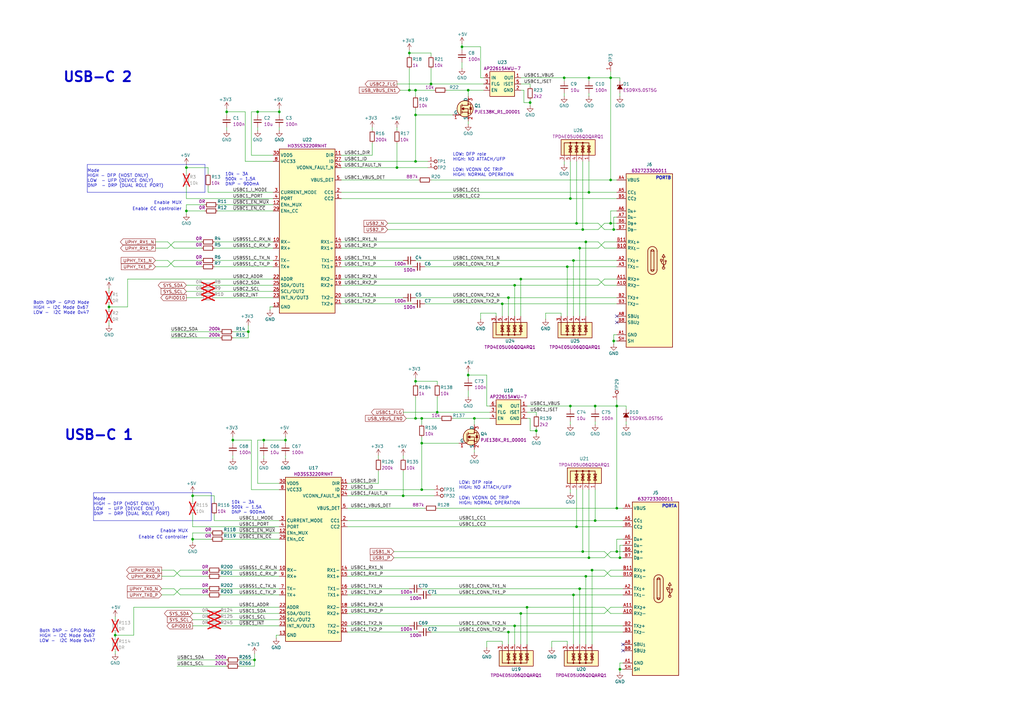
<source format=kicad_sch>
(kicad_sch (version 20250114) (generator "eeschema") (generator_version "9.0")
  (paper "A3")
  (title_block (title "Humanoid-H1") (date "2025-11-29") (rev "v1.0") (company "Bosch Global Software Techonlogies") (comment 1 "FitFest2025 Hackathon") (comment 2 "Team Name: VoltEdge"))
  (lib_symbols
    (symbol "+3V3_1" (power) (pin_numbers (hide yes)) (pin_names (hide yes))
      (property "Value" "+3V3_1" (at -3.175 2.54 0))
      (symbol "+3V3_1_1_1"
        (pin power_in line (at 0 0 90) (length 0) (hide yes) (name "+3V3") (number "1"))
      )
    )
    (symbol "+3V3_2" (power) (pin_numbers (hide yes)) (pin_names (hide yes))
      (property "Value" "+3V3_2" (at -3.175 2.54 0))
      (symbol "+3V3_2_1_1"
        (pin power_in line (at 0 0 90) (length 0) (hide yes) (name "+3V3") (number "1"))
      )
    )
    (symbol "+5V_1" (power) (pin_numbers (hide yes)) (pin_names (hide yes))
      (property "Value" "+5V_1" (at 15.24 -5.08 0))
      (symbol "+5V_1_1_1"
        (pin power_in line (at 0 0 90) (length 0) (name "+5V") (number "1"))
      )
    )
    (symbol "+5V_2" (power) (pin_numbers (hide yes)) (pin_names (hide yes))
      (property "Value" "+5V_2" (at 15.24 -5.08 0))
      (symbol "+5V_2_1_1"
        (pin power_in line (at 0 0 90) (length 0) (name "+5V") (number "1"))
      )
    )
    (symbol "+5V_3" (power) (pin_numbers (hide yes)) (pin_names (hide yes))
      (property "Value" "+5V_3" (at 15.24 -5.08 0))
      (symbol "+5V_3_1_1"
        (pin power_in line (at 0 0 90) (length 0) (name "+5V") (number "1"))
      )
    )
    (symbol "C_100n_0402_1" (pin_numbers (hide yes)) (pin_names (hide yes))
      (property "Reference" "C" (at 20.32 -5.08 0))
      (property "Val" "100n" (at 20.32 -7.62 0))
      (symbol "C_100n_0402_1_1_1"
        (pin passive line (at 0 0 0) (length 2.032) (name "~") (number "1"))
        (pin passive line (at 5.08 0 180) (length 2.032) (name "~") (number "2"))
      )
    )
    (symbol "C_100n_0402_2" (pin_numbers (hide yes)) (pin_names (hide yes))
      (property "Reference" "C" (at 20.32 -5.08 0))
      (property "Val" "100n" (at 20.32 -7.62 0))
      (symbol "C_100n_0402_2_1_1"
        (pin passive line (at 0 0 0) (length 2.032) (name "~") (number "1"))
        (pin passive line (at 5.08 0 180) (length 2.032) (name "~") (number "2"))
      )
    )
    (symbol "C_10u_0603_1" (pin_numbers (hide yes)) (pin_names (hide yes))
      (property "Reference" "C" (at 20.32 -5.08 0))
      (property "Val" "10u" (at 20.32 -7.62 0))
      (symbol "C_10u_0603_1_1_1"
        (pin passive line (at 0 0 0) (length 2.032) (name "~") (number "1"))
        (pin passive line (at 5.08 0 180) (length 2.032) (name "~") (number "2"))
      )
    )
    (symbol "GND_3" (power) (pin_numbers (hide yes)) (pin_names (hide yes))
      (property "Value" "GND_3" (at 8.89 -5.08 0))
      (symbol "GND_3_1_1"
        (pin power_in line (at 0 0 270) (length 0) (name "GND") (number "1"))
      )
    )
    (symbol "R_0R_0402_1" (pin_numbers (hide yes)) (pin_names (hide yes))
      (property "Reference" "R" (at 20.32 -5.08 0))
      (property "Val" "0R" (at 20.32 -7.62 0))
      (symbol "R_0R_0402_1_1_1"
        (pin passive line (at 0 0 0) (length 0.635) (name "~") (number "1"))
        (pin passive line (at 5.08 0 180) (length 0.635) (name "~") (number "2"))
      )
    )
    (symbol "R_0R_0402_10" (pin_numbers (hide yes)) (pin_names (hide yes))
      (property "Reference" "R" (at 20.32 -5.08 0))
      (property "Val" "0R" (at 20.32 -7.62 0))
      (symbol "R_0R_0402_10_1_1"
        (pin passive line (at 0 0 0) (length 0.635) (name "~") (number "1"))
        (pin passive line (at 5.08 0 180) (length 0.635) (name "~") (number "2"))
      )
    )
    (symbol "R_0R_0402_11" (pin_numbers (hide yes)) (pin_names (hide yes))
      (property "Reference" "R" (at 20.32 -5.08 0))
      (property "Val" "0R" (at 20.32 -7.62 0))
      (symbol "R_0R_0402_11_1_1"
        (pin passive line (at 0 0 0) (length 0.635) (name "~") (number "1"))
        (pin passive line (at 5.08 0 180) (length 0.635) (name "~") (number "2"))
      )
    )
    (symbol "R_0R_0402_2" (pin_numbers (hide yes)) (pin_names (hide yes))
      (property "Reference" "R" (at 20.32 -5.08 0))
      (property "Val" "0R" (at 20.32 -7.62 0))
      (symbol "R_0R_0402_2_1_1"
        (pin passive line (at 0 0 0) (length 0.635) (name "~") (number "1"))
        (pin passive line (at 5.08 0 180) (length 0.635) (name "~") (number "2"))
      )
    )
    (symbol "R_0R_0402_3" (pin_numbers (hide yes)) (pin_names (hide yes))
      (property "Reference" "R" (at 20.32 -5.08 0))
      (property "Val" "0R" (at 20.32 -7.62 0))
      (symbol "R_0R_0402_3_1_1"
        (pin passive line (at 0 0 0) (length 0.635) (name "~") (number "1"))
        (pin passive line (at 5.08 0 180) (length 0.635) (name "~") (number "2"))
      )
    )
    (symbol "R_0R_0402_4" (pin_numbers (hide yes)) (pin_names (hide yes))
      (property "Reference" "R" (at 20.32 -5.08 0))
      (property "Val" "0R" (at 20.32 -7.62 0))
      (symbol "R_0R_0402_4_1_1"
        (pin passive line (at 0 0 0) (length 0.635) (name "~") (number "1"))
        (pin passive line (at 5.08 0 180) (length 0.635) (name "~") (number "2"))
      )
    )
    (symbol "R_0R_0402_5" (pin_numbers (hide yes)) (pin_names (hide yes))
      (property "Reference" "R" (at 20.32 -5.08 0))
      (property "Val" "0R" (at 20.32 -7.62 0))
      (symbol "R_0R_0402_5_1_1"
        (pin passive line (at 0 0 0) (length 0.635) (name "~") (number "1"))
        (pin passive line (at 5.08 0 180) (length 0.635) (name "~") (number "2"))
      )
    )
    (symbol "R_0R_0402_6" (pin_numbers (hide yes)) (pin_names (hide yes))
      (property "Reference" "R" (at 20.32 -5.08 0))
      (property "Val" "0R" (at 20.32 -7.62 0))
      (symbol "R_0R_0402_6_1_1"
        (pin passive line (at 0 0 0) (length 0.635) (name "~") (number "1"))
        (pin passive line (at 5.08 0 180) (length 0.635) (name "~") (number "2"))
      )
    )
    (symbol "R_0R_0402_7" (pin_numbers (hide yes)) (pin_names (hide yes))
      (property "Reference" "R" (at 20.32 -5.08 0))
      (property "Val" "0R" (at 20.32 -7.62 0))
      (symbol "R_0R_0402_7_1_1"
        (pin passive line (at 0 0 0) (length 0.635) (name "~") (number "1"))
        (pin passive line (at 5.08 0 180) (length 0.635) (name "~") (number "2"))
      )
    )
    (symbol "R_0R_0402_8" (pin_numbers (hide yes)) (pin_names (hide yes))
      (property "Reference" "R" (at 20.32 -5.08 0))
      (property "Val" "0R" (at 20.32 -7.62 0))
      (symbol "R_0R_0402_8_1_1"
        (pin passive line (at 0 0 0) (length 0.635) (name "~") (number "1"))
        (pin passive line (at 5.08 0 180) (length 0.635) (name "~") (number "2"))
      )
    )
    (symbol "R_0R_0402_9" (pin_numbers (hide yes)) (pin_names (hide yes))
      (property "Reference" "R" (at 20.32 -5.08 0))
      (property "Val" "0R" (at 20.32 -7.62 0))
      (symbol "R_0R_0402_9_1_1"
        (pin passive line (at 0 0 0) (length 0.635) (name "~") (number "1"))
        (pin passive line (at 5.08 0 180) (length 0.635) (name "~") (number "2"))
      )
    )
    (symbol "R_10k_0402_1" (pin_numbers (hide yes)) (pin_names (hide yes))
      (property "Reference" "R" (at 20.32 -5.08 0))
      (property "Val" "10k" (at 20.32 -7.62 0))
      (symbol "R_10k_0402_1_1_1"
        (pin passive line (at 0 0 0) (length 0.635) (name "~") (number "1"))
        (pin passive line (at 5.08 0 180) (length 0.635) (name "~") (number "2"))
      )
    )
    (symbol "R_10k_0402_2" (pin_numbers (hide yes)) (pin_names (hide yes))
      (property "Reference" "R" (at 20.32 -5.08 0))
      (property "Val" "10k" (at 20.32 -7.62 0))
      (symbol "R_10k_0402_2_1_1"
        (pin passive line (at 0 0 0) (length 0.635) (name "~") (number "1"))
        (pin passive line (at 5.08 0 180) (length 0.635) (name "~") (number "2"))
      )
    )
    (symbol "R_200k_0402_1" (pin_numbers (hide yes)) (pin_names (hide yes))
      (property "Reference" "R" (at 20.32 -5.08 0))
      (property "Val" "200k" (at 20.32 -7.62 0))
      (symbol "R_200k_0402_1_1_1"
        (pin passive line (at 0 0 0) (length 0.635) (name "~") (number "1"))
        (pin passive line (at 5.08 0 180) (length 0.635) (name "~") (number "2"))
      )
    )
    (symbol "R_200k_0402_2" (pin_numbers (hide yes)) (pin_names (hide yes))
      (property "Reference" "R" (at 20.32 -5.08 0))
      (property "Val" "200k" (at 20.32 -7.62 0))
      (symbol "R_200k_0402_2_1_1"
        (pin passive line (at 0 0 0) (length 0.635) (name "~") (number "1"))
        (pin passive line (at 5.08 0 180) (length 0.635) (name "~") (number "2"))
      )
    )
    (symbol "antmicroCapacitors0402:C_100n_0402" (pin_numbers (hide yes)) (pin_names (hide yes))
      (property "Reference" "C" (at 20.32 -5.08 0))
      (property "Val" "100n" (at 20.32 -7.62 0))
      (symbol "C_100n_0402_1_1"
        (pin passive line (at 0 0 0) (length 2.032) (name "~") (number "1"))
        (pin passive line (at 5.08 0 180) (length 2.032) (name "~") (number "2"))
      )
    )
    (symbol "antmicroCapacitors0603:C_10u_0603" (pin_numbers (hide yes)) (pin_names (hide yes))
      (property "Reference" "C" (at 20.32 -5.08 0))
      (property "Val" "10u" (at 20.32 -7.62 0))
      (symbol "C_10u_0603_1_1"
        (pin passive line (at 0 0 0) (length 2.032) (name "~") (number "1"))
        (pin passive line (at 5.08 0 180) (length 2.032) (name "~") (number "2"))
      )
    )
    (symbol "antmicroInterfaceControllers:HD3SS3220RNH"
      (property "Reference" "U" (at 41.91 -5.08 0))
      (property "MPN" "HD3SS3220RNHT" (at 41.91 -17.78 0))
      (symbol "HD3SS3220RNH_1_1"
        (pin passive line (at 0 0 0) (length 2.54) (name "VDD5") (number "30"))
        (pin passive line (at 0 -2.54 0) (length 2.54) (name "VCC33") (number "8"))
        (pin passive line (at 0 -15.24 0) (length 2.54) (name "CURRENT_MODE") (number "3"))
        (pin passive line (at 0 -17.78 0) (length 2.54) (name "PORT") (number "4"))
        (pin passive line (at 0 -20.32 0) (length 2.54) (name "ENn_MUX") (number "12"))
        (pin passive line (at 0 -22.86 0) (length 2.54) (name "ENn_CC") (number "29"))
        (pin passive line (at 0 -35.56 0) (length 2.54) (name "RX-") (number "10"))
        (pin passive line (at 0 -38.1 0) (length 2.54) (name "RX+") (number "9"))
        (pin passive line (at 0 -43.18 0) (length 2.54) (name "TX-") (number "7"))
        (pin passive line (at 0 -45.72 0) (length 2.54) (name "TX+") (number "6"))
        (pin passive line (at 0 -50.8 0) (length 2.54) (name "ADDR") (number "22"))
        (pin passive line (at 0 -53.34 0) (length 2.54) (name "SDA/OUT1") (number "25"))
        (pin passive line (at 0 -55.88 0) (length 2.54) (name "SCL/OUT2") (number "26"))
        (pin passive line (at 0 -58.42 0) (length 2.54) (name "INT_N/OUT3") (number "23"))
        (pin passive line (at 0 -62.23 0) (length 2.54) (name "GND") (number "13"))
        (pin passive line (at 0 -62.23 0) (length 2.54) (hide yes) (name "GND") (number "28"))
        (pin passive line (at 0 -62.23 0) (length 2.54) (hide yes) (name "GND") (number "31"))
        (pin passive line (at 27.94 0 180) (length 2.54) (name "DIR") (number "11"))
        (pin passive line (at 27.94 -2.54 180) (length 2.54) (name "ID") (number "27"))
        (pin passive line (at 27.94 -5.08 180) (length 2.54) (name "VCONN_FAULT_N") (number "24"))
        (pin passive line (at 27.94 -10.16 180) (length 2.54) (name "VBUS_DET") (number "5"))
        (pin passive line (at 27.94 -15.24 180) (length 2.54) (name "CC1") (number "2"))
        (pin passive line (at 27.94 -17.78 180) (length 2.54) (name "CC2") (number "1"))
        (pin passive line (at 27.94 -35.56 180) (length 2.54) (name "RX1-") (number "14"))
        (pin passive line (at 27.94 -38.1 180) (length 2.54) (name "RX1+") (number "15"))
        (pin passive line (at 27.94 -43.18 180) (length 2.54) (name "TX1-") (number "16"))
        (pin passive line (at 27.94 -45.72 180) (length 2.54) (name "TX1+") (number "17"))
        (pin passive line (at 27.94 -50.8 180) (length 2.54) (name "RX2-") (number "18"))
        (pin passive line (at 27.94 -53.34 180) (length 2.54) (name "RX2+") (number "19"))
        (pin passive line (at 27.94 -58.42 180) (length 2.54) (name "TX2-") (number "20"))
        (pin passive line (at 27.94 -60.96 180) (length 2.54) (name "TX2+") (number "21"))
      )
    )
    (symbol "antmicroPMICPowerDistributionSwitchesLoadDrivers:AP22615A_TSOT26"
      (property "Reference" "U" (at 30.48 -2.54 0))
      (property "MPN" "AP22615AWU-7" (at 30.48 -12.7 0))
      (symbol "AP22615A_TSOT26_1_1"
        (pin power_in line (at 0 0 0) (length 2.54) (name "IN") (number "6"))
        (pin output line (at 0 -2.54 0) (length 2.54) (name "FLG") (number "3"))
        (pin input line (at 0 -5.08 0) (length 2.54) (name "EN") (number "4"))
        (pin power_out line (at 15.24 0 180) (length 2.54) (name "OUT") (number "1"))
        (pin passive line (at 15.24 -2.54 180) (length 2.54) (name "ISET") (number "5"))
        (pin power_in line (at 15.24 -5.08 180) (length 2.54) (name "GND") (number "2"))
      )
    )
    (symbol "antmicroResistors0402:R_10k_0402" (pin_numbers (hide yes)) (pin_names (hide yes))
      (property "Reference" "R" (at 20.32 -5.08 0))
      (property "Val" "10k" (at 20.32 -7.62 0))
      (symbol "R_10k_0402_1_1"
        (pin passive line (at 0 0 0) (length 0.635) (name "~") (number "1"))
        (pin passive line (at 5.08 0 180) (length 0.635) (name "~") (number "2"))
      )
    )
    (symbol "antmicroResistors0402:R_1k_0402" (pin_numbers (hide yes)) (pin_names (hide yes))
      (property "Reference" "R" (at 20.32 -5.08 0))
      (property "Val" "1k" (at 20.32 -7.62 0))
      (symbol "R_1k_0402_1_1"
        (pin passive line (at 0 0 0) (length 0.635) (name "~") (number "1"))
        (pin passive line (at 5.08 0 180) (length 0.635) (name "~") (number "2"))
      )
    )
    (symbol "antmicroResistors0402:R_200k_0402" (pin_numbers (hide yes)) (pin_names (hide yes))
      (property "Reference" "R" (at 20.32 -5.08 0))
      (property "Val" "200k" (at 20.32 -7.62 0))
      (symbol "R_200k_0402_1_1"
        (pin passive line (at 0 0 0) (length 0.635) (name "~") (number "1"))
        (pin passive line (at 5.08 0 180) (length 0.635) (name "~") (number "2"))
      )
    )
    (symbol "antmicroResistors0402:R_2k2_0402" (pin_numbers (hide yes)) (pin_names (hide yes))
      (property "Reference" "R" (at 20.32 -5.08 0))
      (property "Val" "2k2" (at 20.32 -7.62 0))
      (symbol "R_2k2_0402_1_1"
        (pin passive line (at 0 0 0) (length 0.635) (name "~") (number "1"))
        (pin passive line (at 5.08 0 180) (length 0.635) (name "~") (number "2"))
      )
    )
    (symbol "antmicroResistors0402:R_887k_0402" (pin_numbers (hide yes)) (pin_names (hide yes))
      (property "Reference" "R" (at 20.32 -5.08 0))
      (property "Val" "887k" (at 20.32 -7.62 0))
      (symbol "R_887k_0402_1_1"
        (pin passive line (at 0 0 0) (length 0.635) (name "~") (number "1"))
        (pin passive line (at 5.08 0 180) (length 0.635) (name "~") (number "2"))
      )
    )
    (symbol "antmicroTVSDiodes:ESD9X5.0ST5G" (pin_numbers (hide yes)) (pin_names (hide yes))
      (property "Reference" "D" (at 21.59 -2.54 0))
      (property "MPN" "ESD9X5.0ST5G" (at 21.59 -5.08 0))
      (symbol "ESD9X5.0ST5G_1_1"
        (pin passive line (at 0 0 0) (length 0.635) (name "C") (number "1"))
        (pin passive line (at 5.08 0 180) (length 0.635) (name "A") (number "2"))
      )
    )
    (symbol "antmicroTVSDiodes:TPD4E05U06QDQARQ1"
      (property "Reference" "U" (at 24.13 0 0))
      (property "MPN" "TPD4E05U06QDQARQ1" (at 24.13 -2.54 0))
      (symbol "TPD4E05U06QDQARQ1_1_1"
        (pin passive line (at 0 0 0) (length 2.54) (name "~") (number "1"))
        (pin passive line (at 0 0 0) (length 2.54) (hide yes) (name "~") (number "10"))
        (pin passive line (at 0 -2.54 0) (length 2.54) (name "~") (number "2"))
        (pin passive line (at 0 -2.54 0) (length 2.54) (hide yes) (name "~") (number "9"))
        (pin passive line (at 0 -5.08 0) (length 2.54) (name "~") (number "4"))
        (pin passive line (at 0 -5.08 0) (length 2.54) (hide yes) (name "~") (number "7"))
        (pin passive line (at 0 -7.62 0) (length 2.54) (name "~") (number "5"))
        (pin passive line (at 0 -7.62 0) (length 2.54) (hide yes) (name "~") (number "6"))
        (pin power_in line (at 0 -10.16 0) (length 2.54) (name "~") (number "3"))
        (pin passive line (at 0 -10.16 0) (length 2.54) (hide yes) (name "~") (number "8"))
      )
    )
    (symbol "antmicroTestPoints:TP_0.75mm_SMD" (pin_names (hide yes)) (in_bom no)
      (property "Reference" "TP" (at 10.16 -1.27 0))
      (symbol "TP_0.75mm_SMD_1_1"
        (pin passive line (at 0 0 0) (length 2.54) (name "1") (number "1"))
      )
    )
    (symbol "antmicroTransistorsFETsMOSFETsSingle:PJE138K" (pin_names (offset 0))
      (property "Reference" "Q" (at 22.86 -6.35 0))
      (property "MPN" "PJE138K_R1_00001" (at 22.86 -16.51 0))
      (symbol "PJE138K_1_1"
        (pin passive line (at 0 0 0) (length 2.54) (name "G") (number "1"))
        (pin passive line (at 6.35 7.62 270) (length 2.54) (name "D") (number "3"))
        (pin passive line (at 6.35 -2.54 90) (length 2.54) (name "S") (number "2"))
      )
    )
    (symbol "antmicroUSBConnectors:USB-C_WE_632723300011"
      (property "Reference" "J" (at 15.24 -2.54 0))
      (property "MPN" "632723300011" (at 15.24 -5.08 0))
      (symbol "USB-C_WE_632723300011_1_1"
        (pin passive line (at 0 0 180) (length 3.81) (name "VBUS") (number "A4"))
        (pin passive line (at 0 0 180) (length 3.81) (hide yes) (name "VBUS") (number "A9"))
        (pin passive line (at 0 0 180) (length 3.81) (hide yes) (name "VBUS") (number "B4"))
        (pin passive line (at 0 0 180) (length 3.81) (hide yes) (name "VBUS") (number "B9"))
        (pin bidirectional line (at 0 -5.08 180) (length 3.81) (name "CC_{1}") (number "A5"))
        (pin bidirectional line (at 0 -7.62 180) (length 3.81) (name "CC_{2}") (number "B5"))
        (pin bidirectional line (at 0 -12.7 180) (length 3.81) (name "D_{A}+") (number "A6"))
        (pin bidirectional line (at 0 -15.24 180) (length 3.81) (name "D_{A}-") (number "A7"))
        (pin bidirectional line (at 0 -17.78 180) (length 3.81) (name "D_{B}+") (number "B6"))
        (pin bidirectional line (at 0 -20.32 180) (length 3.81) (name "D_{B}-") (number "B7"))
        (pin bidirectional line (at 0 -25.4 180) (length 3.81) (name "RX_{1}+") (number "B11"))
        (pin bidirectional line (at 0 -27.94 180) (length 3.81) (name "RX_{1}-") (number "B10"))
        (pin bidirectional line (at 0 -33.02 180) (length 3.81) (name "TX_{1}+") (number "A2"))
        (pin bidirectional line (at 0 -35.56 180) (length 3.81) (name "TX_{1}-") (number "A3"))
        (pin bidirectional line (at 0 -40.64 180) (length 3.81) (name "RX_{2}+") (number "A11"))
        (pin bidirectional line (at 0 -43.18 180) (length 3.81) (name "RX_{2}-") (number "A10"))
        (pin bidirectional line (at 0 -48.26 180) (length 3.81) (name "TX_{2}+") (number "B2"))
        (pin bidirectional line (at 0 -50.8 180) (length 3.81) (name "TX_{2}-") (number "B3"))
        (pin bidirectional line (at 0 -55.88 180) (length 3.81) (name "SBU_{1}") (number "A8"))
        (pin bidirectional line (at 0 -58.42 180) (length 3.81) (name "SBU_{2}") (number "B8"))
        (pin power_in line (at 0 -63.5 180) (length 3.81) (name "GND") (number "A1"))
        (pin passive line (at 0 -63.5 180) (length 3.81) (hide yes) (name "GND") (number "A12"))
        (pin passive line (at 0 -63.5 180) (length 3.81) (hide yes) (name "GND") (number "B1"))
        (pin passive line (at 0 -63.5 180) (length 3.81) (hide yes) (name "GND") (number "B12"))
        (pin passive line (at 0 -66.04 180) (length 3.81) (name "SH") (number "SH"))
      )
    )
    (symbol "antmicropower:+3V3" (power) (pin_numbers (hide yes)) (pin_names (hide yes))
      (property "Value" "+3V3" (at -3.175 2.54 0))
      (symbol "+3V3_1_1"
        (pin power_in line (at 0 0 90) (length 0) (hide yes) (name "+3V3") (number "1"))
      )
    )
    (symbol "antmicropower:+5V" (power) (pin_numbers (hide yes)) (pin_names (hide yes))
      (property "Value" "+5V" (at 15.24 -5.08 0))
      (symbol "+5V_1_1"
        (pin power_in line (at 0 0 90) (length 0) (name "+5V") (number "1"))
      )
    )
  )
  (text "Mode\nHIGH - DFP (HOST ONLY)\nLOW  - UFP (DEVICE ONLY)\nDNP  - DRP (DUAL ROLE PORT)\n" (at 38.354 211.6119 0) (effects (font (size 1.27 1.27)) (justify left bottom)))
  (text "10k - 3A\n500k - 1.5A\nDNP - 900mA" (at 92.329 76.3569 0) (effects (font (size 1.27 1.27)) (justify left bottom)))
  (text "PORTB" (at 268.859 73.8169 0) (effects (font (size 1.27 1.27) (thickness 0.254) (bold yes)) (justify left bottom)))
  (text "Enable MUX" (at 65.659 218.5969 0) (effects (font (size 1.27 1.27)) (justify left bottom)))
  (text "Both DNP - GPIO Mode\nHIGH - I2C Mode 0x67\nLOW -  I2C Mode 0x47" (at 16.129 263.6819 0) (effects (font (size 1.27 1.27)) (justify left bottom)))
  (text "LOW: VCONN OC TRIP \nHIGH: NORMAL OPERATION" (at 185.674 72.5469 0) (effects (font (size 1.27 1.27)) (justify left bottom)))
  (text "USB-C 1" (at 26.162 180.848 0) (effects (font (size 4 4) (thickness 0.8) (bold yes)) (justify left bottom)))
  (text "10k - 3A\n500k - 1.5A\nDNP - 900mA" (at 94.869 210.9769 0) (effects (font (size 1.27 1.27)) (justify left bottom)))
  (text "LOW: DFP role \nHIGH: NO ATTACH/UFP" (at 188.214 200.8169 0) (effects (font (size 1.27 1.27)) (justify left bottom)))
  (text "Both DNP - GPIO Mode\nHIGH - I2C Mode 0x67\nLOW -  I2C Mode 0x47" (at 13.589 129.0619 0) (effects (font (size 1.27 1.27)) (justify left bottom)))
  (text "Enable MUX" (at 63.119 83.9769 0) (effects (font (size 1.27 1.27)) (justify left bottom)))
  (text "USB-C 2" (at 25.654 34.036 0) (effects (font (size 4 4) (thickness 0.8) (bold yes)) (justify left bottom)))
  (text "PORTA" (at 271.399 208.4369 0) (effects (font (size 1.27 1.27) (thickness 0.254) (bold yes)) (justify left bottom)))
  (text "Enable CC controller" (at 54.229 86.5169 0) (effects (font (size 1.27 1.27)) (justify left bottom)))
  (text "LOW: VCONN OC TRIP \nHIGH: NORMAL OPERATION" (at 188.214 207.1669 0) (effects (font (size 1.27 1.27)) (justify left bottom)))
  (text "LOW: DFP role \nHIGH: NO ATTACH/UFP" (at 185.674 66.1969 0) (effects (font (size 1.27 1.27)) (justify left bottom)))
  (text "Mode\nHIGH - DFP (HOST ONLY)\nLOW  - UFP (DEVICE ONLY)\nDNP  - DRP (DUAL ROLE PORT)\n" (at 35.814 76.9919 0) (effects (font (size 1.27 1.27)) (justify left bottom)))
  (text "Enable CC controller" (at 56.769 221.1369 0) (effects (font (size 1.27 1.27)) (justify left bottom)))
  (junction (at 179.324 169.0669))
  (junction (at 239.014 226.2169))
  (junction (at 233.934 81.4369))
  (junction (at 192.024 36.9869))
  (junction (at 213.614 114.4569))
  (junction (at 254.254 228.7569))
  (junction (at 208.534 122.0769))
  (junction (at 211.074 256.6969))
  (junction (at 251.714 94.1369))
  (junction (at 162.814 68.7369))
  (junction (at 205.994 124.6169))
  (junction (at 252.984 166.5269))
  (junction (at 172.974 171.6069))
  (junction (at 236.474 216.0569))
  (junction (at 104.394 270.6669))
  (junction (at 251.714 139.8569))
  (junction (at 244.094 166.5269))
  (junction (at 239.014 94.1369))
  (junction (at 250.444 73.8169))
  (junction (at 254.254 274.4769))
  (junction (at 235.204 106.8369))
  (junction (at 167.894 36.9869))
  (junction (at 114.554 45.8769))
  (junction (at 235.204 243.9969))
  (junction (at 241.554 228.7569))
  (junction (at 231.394 31.9069))
  (junction (at 208.534 259.2369))
  (junction (at 47.244 260.5069))
  (junction (at 237.744 241.4569))
  (junction (at 78.994 221.1369))
  (junction (at 95.504 180.4969))
  (junction (at 176.784 34.4469))
  (junction (at 192.024 153.8269))
  (junction (at 170.434 66.1969))
  (junction (at 170.434 47.1469))
  (junction (at 172.974 181.7669))
  (junction (at 236.474 91.5969))
  (junction (at 213.614 251.6169))
  (junction (at 250.444 91.5969))
  (junction (at 172.974 200.8169))
  (junction (at 232.664 109.3769))
  (junction (at 241.554 31.9069))
  (junction (at 167.894 21.7469))
  (junction (at 216.154 249.0769))
  (junction (at 170.434 156.3669))
  (junction (at 105.664 45.8769))
  (junction (at 44.704 125.8869))
  (junction (at 250.444 31.9069))
  (junction (at 117.094 180.4969))
  (junction (at 240.284 236.3769))
  (junction (at 76.454 68.7369))
  (junction (at 108.204 180.4969))
  (junction (at 241.554 78.8969))
  (junction (at 211.074 116.9969))
  (junction (at 252.984 208.4369))
  (junction (at 101.854 136.0469))
  (junction (at 242.824 233.8369))
  (junction (at 240.284 99.2169))
  (junction (at 252.984 226.2169))
  (junction (at 233.934 166.5269))
  (junction (at 78.994 203.3569))
  (junction (at 92.964 45.8769))
  (junction (at 194.564 171.6069))
  (junction (at 217.424 42.0669))
  (junction (at 76.454 86.5169))
  (junction (at 189.484 19.2069))
  (junction (at 237.744 101.7569))
  (junction (at 219.964 176.6869))
  (junction (at 244.094 213.5169))
  (junction (at 170.434 36.9869))
  (junction (at 170.434 171.6069))
  (junction (at 165.354 203.3569))
  (no_connect (at 252.984 132.2369))
  (no_connect (at 255.524 266.8569))
  (no_connect (at 252.984 129.6969))
  (no_connect (at 255.524 264.3169))
  (wire (pts (xy 90.424 233.8369) (xy 114.554 233.8369)))
  (wire (pts (xy 117.094 179.2269) (xy 117.094 180.4969)))
  (wire (pts (xy 254.254 271.9369) (xy 255.524 271.9369)))
  (wire (pts (xy 197.104 130.9669) (xy 197.104 128.4269)))
  (polyline (pts (xy 35.814 67.4669) (xy 84.074 67.4669)))
  (wire (pts (xy 213.614 114.4569) (xy 213.614 129.6969)))
  (wire (pts (xy 90.424 254.1569) (xy 114.554 254.1569)))
  (wire (pts (xy 78.994 203.3569) (xy 87.884 203.3569)))
  (wire (pts (xy 76.454 116.9969) (xy 82.804 116.9969)))
  (wire (pts (xy 236.474 66.1969) (xy 236.474 91.5969)))
  (wire (pts (xy 159.004 94.1369) (xy 239.014 94.1369)))
  (wire (pts (xy 142.494 203.3569) (xy 165.354 203.3569)))
  (wire (pts (xy 170.434 106.8369) (xy 235.204 106.8369)))
  (wire (pts (xy 189.484 19.2069) (xy 197.104 19.2069)))
  (wire (pts (xy 170.434 155.0969) (xy 170.434 156.3669)))
  (wire (pts (xy 113.284 261.7769) (xy 113.284 260.5069)))
  (wire (pts (xy 240.284 99.2169) (xy 240.284 129.6969)))
  (wire (pts (xy 101.854 133.5069) (xy 101.854 136.0469)))
  (wire (pts (xy 95.504 138.5869) (xy 101.854 138.5869)))
  (wire (pts (xy 197.104 31.9069) (xy 198.374 31.9069)))
  (wire (pts (xy 252.984 208.4369) (xy 255.524 208.4369)))
  (wire (pts (xy 211.074 256.6969) (xy 211.074 264.3169)))
  (wire (pts (xy 251.714 137.3169) (xy 252.984 137.3169)))
  (wire (pts (xy 170.434 171.6069) (xy 172.974 171.6069)))
  (wire (pts (xy 217.424 34.4469) (xy 217.424 35.7169)))
  (wire (pts (xy 92.964 52.2269) (xy 92.964 53.4969)))
  (wire (pts (xy 245.364 91.5969) (xy 247.904 94.1369)))
  (wire (pts (xy 254.254 33.1769) (xy 254.254 31.9069)))
  (wire (pts (xy 52.324 114.4569) (xy 52.324 125.8869)))
  (wire (pts (xy 114.554 200.8169) (xy 103.124 200.8169)))
  (wire (pts (xy 71.374 241.4569) (xy 66.294 241.4569)))
  (wire (pts (xy 87.884 99.2169) (xy 112.014 99.2169)))
  (wire (pts (xy 98.044 270.6669) (xy 104.394 270.6669)))
  (wire (pts (xy 78.994 256.6969) (xy 85.344 256.6969)))
  (wire (pts (xy 247.904 116.9969) (xy 252.984 116.9969)))
  (wire (pts (xy 164.084 36.9869) (xy 167.894 36.9869)))
  (wire (pts (xy 216.154 171.6069) (xy 217.424 171.6069)))
  (wire (pts (xy 230.124 128.4269) (xy 230.124 129.6969)))
  (wire (pts (xy 185.674 171.6069) (xy 194.564 171.6069)))
  (wire (pts (xy 199.644 263.0469) (xy 205.994 263.0469)))
  (wire (pts (xy 90.424 241.4569) (xy 114.554 241.4569)))
  (wire (pts (xy 189.484 19.2069) (xy 189.484 20.4769)))
  (wire (pts (xy 254.254 274.4769) (xy 254.254 271.9369)))
  (wire (pts (xy 142.494 233.8369) (xy 242.824 233.8369)))
  (wire (pts (xy 114.554 213.5169) (xy 87.884 213.5169)))
  (wire (pts (xy 105.664 45.8769) (xy 105.664 47.1469)))
  (wire (pts (xy 199.644 166.5269) (xy 199.644 153.8269)))
  (wire (pts (xy 192.024 153.8269) (xy 199.644 153.8269)))
  (wire (pts (xy 73.914 241.4569) (xy 71.374 243.9969)))
  (wire (pts (xy 139.954 109.3769) (xy 169.164 109.3769)))
  (wire (pts (xy 162.814 34.4469) (xy 176.784 34.4469)))
  (wire (pts (xy 250.444 91.5969) (xy 252.984 91.5969)))
  (wire (pts (xy 100.584 66.1969) (xy 100.584 45.8769)))
  (wire (pts (xy 255.524 221.1369) (xy 252.984 221.1369)))
  (wire (pts (xy 205.994 263.0469) (xy 205.994 264.3169)))
  (wire (pts (xy 139.954 68.7369) (xy 162.814 68.7369)))
  (wire (pts (xy 112.014 63.6569) (xy 103.124 63.6569)))
  (wire (pts (xy 231.394 31.9069) (xy 231.394 33.1769)))
  (wire (pts (xy 172.974 241.4569) (xy 237.744 241.4569)))
  (wire (pts (xy 108.204 186.8469) (xy 108.204 188.1169)))
  (polyline (pts (xy 38.354 202.0869) (xy 38.354 213.5169)))
  (wire (pts (xy 142.494 200.8169) (xy 172.974 200.8169)))
  (wire (pts (xy 68.834 106.8369) (xy 71.374 109.3769)))
  (wire (pts (xy 78.994 203.3569) (xy 78.994 205.8969)))
  (wire (pts (xy 142.494 198.2769) (xy 155.194 198.2769)))
  (wire (pts (xy 161.544 226.2169) (xy 239.014 226.2169)))
  (wire (pts (xy 95.504 180.4969) (xy 95.504 181.7669)))
  (wire (pts (xy 240.284 236.3769) (xy 247.904 236.3769)))
  (wire (pts (xy 110.744 125.8869) (xy 112.014 125.8869)))
  (wire (pts (xy 216.154 166.5269) (xy 233.934 166.5269)))
  (wire (pts (xy 105.664 52.2269) (xy 105.664 53.4969)))
  (wire (pts (xy 170.434 66.1969) (xy 175.514 66.1969)))
  (wire (pts (xy 89.154 83.9769) (xy 112.014 83.9769)))
  (wire (pts (xy 176.784 259.2369) (xy 208.534 259.2369)))
  (wire (pts (xy 78.994 221.1369) (xy 86.614 221.1369)))
  (wire (pts (xy 76.454 83.9769) (xy 76.454 86.5169)))
  (wire (pts (xy 250.444 86.5169) (xy 250.444 91.5969)))
  (wire (pts (xy 233.934 200.8169) (xy 233.934 202.0869)))
  (wire (pts (xy 241.554 200.8169) (xy 241.554 228.7569)))
  (wire (pts (xy 247.904 251.6169) (xy 250.444 249.0769)))
  (wire (pts (xy 197.104 128.4269) (xy 203.454 128.4269)))
  (wire (pts (xy 244.094 166.5269) (xy 244.094 167.7969)))
  (wire (pts (xy 240.284 236.3769) (xy 240.284 264.3169)))
  (wire (pts (xy 233.934 166.5269) (xy 233.934 167.7969)))
  (wire (pts (xy 112.014 66.1969) (xy 100.584 66.1969)))
  (wire (pts (xy 217.424 42.0669) (xy 214.884 42.0669)))
  (wire (pts (xy 47.244 259.2369) (xy 47.244 260.5069)))
  (wire (pts (xy 197.104 31.9069) (xy 197.104 19.2069)))
  (wire (pts (xy 170.434 156.3669) (xy 170.434 157.6369)))
  (wire (pts (xy 205.994 124.6169) (xy 205.994 129.6969)))
  (wire (pts (xy 216.154 249.0769) (xy 216.154 264.3169)))
  (wire (pts (xy 252.984 221.1369) (xy 252.984 226.2169)))
  (wire (pts (xy 241.554 38.2569) (xy 241.554 39.5269)))
  (wire (pts (xy 194.564 171.6069) (xy 194.564 174.1469)))
  (wire (pts (xy 112.014 78.8969) (xy 85.344 78.8969)))
  (wire (pts (xy 192.024 36.9869) (xy 198.374 36.9869)))
  (wire (pts (xy 245.364 114.4569) (xy 247.904 116.9969)))
  (wire (pts (xy 161.544 228.7569) (xy 241.554 228.7569)))
  (wire (pts (xy 244.094 166.5269) (xy 252.984 166.5269)))
  (wire (pts (xy 87.884 210.9769) (xy 87.884 213.5169)))
  (polyline (pts (xy 86.614 213.5169) (xy 86.614 202.0869)))
  (wire (pts (xy 114.554 198.2769) (xy 105.664 198.2769)))
  (wire (pts (xy 170.434 36.9869) (xy 170.434 39.5269)))
  (wire (pts (xy 152.654 58.5769) (xy 152.654 63.6569)))
  (wire (pts (xy 247.904 99.2169) (xy 252.984 99.2169)))
  (wire (pts (xy 165.354 186.8469) (xy 165.354 188.1169)))
  (wire (pts (xy 167.894 21.7469) (xy 176.784 21.7469)))
  (wire (pts (xy 139.954 81.4369) (xy 233.934 81.4369)))
  (wire (pts (xy 170.434 162.7169) (xy 170.434 171.6069)))
  (wire (pts (xy 237.744 241.4569) (xy 237.744 264.3169)))
  (wire (pts (xy 237.744 101.7569) (xy 237.744 129.6969)))
  (wire (pts (xy 92.964 45.8769) (xy 92.964 47.1469)))
  (wire (pts (xy 85.344 76.3569) (xy 85.344 78.8969)))
  (wire (pts (xy 73.914 233.8369) (xy 85.344 233.8369)))
  (polyline (pts (xy 35.814 78.8969) (xy 84.074 78.8969)))
  (wire (pts (xy 44.704 124.6169) (xy 44.704 125.8869)))
  (wire (pts (xy 219.964 169.0669) (xy 219.964 170.3369)))
  (wire (pts (xy 105.664 180.4969) (xy 108.204 180.4969)))
  (wire (pts (xy 73.914 233.8369) (xy 71.374 236.3769)))
  (wire (pts (xy 251.714 94.1369) (xy 252.984 94.1369)))
  (wire (pts (xy 219.964 175.4169) (xy 219.964 176.6869)))
  (wire (pts (xy 233.934 66.1969) (xy 233.934 81.4369)))
  (wire (pts (xy 231.394 38.2569) (xy 231.394 39.5269)))
  (wire (pts (xy 250.444 226.2169) (xy 252.984 226.2169)))
  (wire (pts (xy 237.744 101.7569) (xy 245.364 101.7569)))
  (wire (pts (xy 256.794 172.8769) (xy 256.794 174.1469)))
  (wire (pts (xy 231.394 31.9069) (xy 241.554 31.9069)))
  (wire (pts (xy 176.784 243.9969) (xy 235.204 243.9969)))
  (wire (pts (xy 162.814 58.5769) (xy 162.814 68.7369)))
  (wire (pts (xy 250.444 233.8369) (xy 255.524 233.8369)))
  (wire (pts (xy 213.614 36.9869) (xy 214.884 36.9869)))
  (wire (pts (xy 251.714 139.8569) (xy 252.984 139.8569)))
  (wire (pts (xy 194.564 171.6069) (xy 200.914 171.6069)))
  (wire (pts (xy 216.154 169.0669) (xy 219.964 169.0669)))
  (wire (pts (xy 219.964 176.6869) (xy 219.964 177.9569)))
  (wire (pts (xy 254.254 223.6769) (xy 254.254 228.7569)))
  (wire (pts (xy 76.454 83.9769) (xy 84.074 83.9769)))
  (wire (pts (xy 172.974 181.7669) (xy 172.974 200.8169)))
  (wire (pts (xy 68.834 99.2169) (xy 71.374 101.7569)))
  (wire (pts (xy 237.744 241.4569) (xy 255.524 241.4569)))
  (wire (pts (xy 217.424 42.0669) (xy 217.424 43.3369)))
  (wire (pts (xy 95.504 179.2269) (xy 95.504 180.4969)))
  (wire (pts (xy 247.904 249.0769) (xy 250.444 251.6169)))
  (wire (pts (xy 139.954 66.1969) (xy 170.434 66.1969)))
  (wire (pts (xy 170.434 36.9869) (xy 178.054 36.9869)))
  (wire (pts (xy 250.444 251.6169) (xy 255.524 251.6169)))
  (wire (pts (xy 142.494 243.9969) (xy 171.704 243.9969)))
  (wire (pts (xy 251.714 141.1269) (xy 251.714 139.8569)))
  (wire (pts (xy 236.474 200.8169) (xy 236.474 216.0569)))
  (wire (pts (xy 155.194 186.8469) (xy 155.194 188.1169)))
  (wire (pts (xy 71.374 241.4569) (xy 73.914 243.9969)))
  (wire (pts (xy 239.014 200.8169) (xy 239.014 226.2169)))
  (wire (pts (xy 252.984 226.2169) (xy 255.524 226.2169)))
  (wire (pts (xy 162.814 68.7369) (xy 175.514 68.7369)))
  (wire (pts (xy 76.454 86.5169) (xy 76.454 87.7869)))
  (wire (pts (xy 250.444 29.3669) (xy 250.444 31.9069)))
  (wire (pts (xy 239.014 94.1369) (xy 245.364 94.1369)))
  (wire (pts (xy 174.244 109.3769) (xy 232.664 109.3769)))
  (wire (pts (xy 78.994 218.5969) (xy 86.614 218.5969)))
  (wire (pts (xy 211.074 116.9969) (xy 211.074 129.6969)))
  (wire (pts (xy 179.324 156.3669) (xy 179.324 157.6369)))
  (wire (pts (xy 85.344 68.7369) (xy 85.344 71.2769)))
  (wire (pts (xy 139.954 116.9969) (xy 211.074 116.9969)))
  (wire (pts (xy 250.444 228.7569) (xy 254.254 228.7569)))
  (wire (pts (xy 170.434 156.3669) (xy 179.324 156.3669)))
  (wire (pts (xy 114.554 45.8769) (xy 114.554 47.1469)))
  (wire (pts (xy 208.534 259.2369) (xy 208.534 264.3169)))
  (wire (pts (xy 213.614 34.4469) (xy 217.424 34.4469)))
  (wire (pts (xy 208.534 122.0769) (xy 252.984 122.0769)))
  (wire (pts (xy 251.714 139.8569) (xy 251.714 137.3169)))
  (wire (pts (xy 235.204 243.9969) (xy 255.524 243.9969)))
  (wire (pts (xy 76.454 67.4669) (xy 76.454 68.7369)))
  (polyline (pts (xy 38.354 202.0869) (xy 86.614 202.0869)))
  (wire (pts (xy 235.204 106.8369) (xy 252.984 106.8369)))
  (wire (pts (xy 213.614 31.9069) (xy 231.394 31.9069)))
  (wire (pts (xy 44.704 125.8869) (xy 52.324 125.8869)))
  (wire (pts (xy 241.554 78.8969) (xy 252.984 78.8969)))
  (wire (pts (xy 71.374 99.2169) (xy 68.834 101.7569)))
  (wire (pts (xy 90.424 256.6969) (xy 114.554 256.6969)))
  (wire (pts (xy 214.884 36.9869) (xy 214.884 42.0669)))
  (wire (pts (xy 244.094 200.8169) (xy 244.094 213.5169)))
  (wire (pts (xy 142.494 249.0769) (xy 216.154 249.0769)))
  (wire (pts (xy 256.794 167.7969) (xy 256.794 166.5269)))
  (wire (pts (xy 159.004 91.5969) (xy 236.474 91.5969)))
  (wire (pts (xy 250.444 249.0769) (xy 255.524 249.0769)))
  (wire (pts (xy 192.024 36.9869) (xy 192.024 39.5269)))
  (wire (pts (xy 208.534 259.2369) (xy 255.524 259.2369)))
  (wire (pts (xy 167.894 28.0969) (xy 167.894 36.9869)))
  (wire (pts (xy 110.744 127.1569) (xy 110.744 125.8869)))
  (wire (pts (xy 105.664 198.2769) (xy 105.664 180.4969)))
  (wire (pts (xy 247.904 233.8369) (xy 250.444 236.3769)))
  (wire (pts (xy 250.444 31.9069) (xy 254.254 31.9069)))
  (wire (pts (xy 90.424 236.3769) (xy 114.554 236.3769)))
  (wire (pts (xy 68.834 106.8369) (xy 63.754 106.8369)))
  (wire (pts (xy 142.494 259.2369) (xy 171.704 259.2369)))
  (wire (pts (xy 47.244 266.8569) (xy 47.244 268.1269)))
  (wire (pts (xy 162.814 52.2269) (xy 162.814 53.4969)))
  (wire (pts (xy 142.494 241.4569) (xy 167.894 241.4569)))
  (wire (pts (xy 87.884 203.3569) (xy 87.884 205.8969)))
  (wire (pts (xy 254.254 228.7569) (xy 255.524 228.7569)))
  (wire (pts (xy 76.454 76.3569) (xy 76.454 81.4369)))
  (wire (pts (xy 142.494 216.0569) (xy 236.474 216.0569)))
  (wire (pts (xy 245.364 94.1369) (xy 247.904 91.5969)))
  (wire (pts (xy 63.754 101.7569) (xy 68.834 101.7569)))
  (wire (pts (xy 232.664 109.3769) (xy 252.984 109.3769)))
  (wire (pts (xy 174.244 124.6169) (xy 205.994 124.6169)))
  (wire (pts (xy 54.864 249.0769) (xy 54.864 260.5069)))
  (wire (pts (xy 52.324 114.4569) (xy 112.014 114.4569)))
  (wire (pts (xy 108.204 180.4969) (xy 108.204 181.7669)))
  (wire (pts (xy 73.914 243.9969) (xy 85.344 243.9969)))
  (wire (pts (xy 233.934 166.5269) (xy 244.094 166.5269)))
  (wire (pts (xy 139.954 124.6169) (xy 169.164 124.6169)))
  (wire (pts (xy 223.774 128.4269) (xy 230.124 128.4269)))
  (wire (pts (xy 179.324 162.7169) (xy 179.324 169.0669)))
  (wire (pts (xy 87.884 106.8369) (xy 112.014 106.8369)))
  (wire (pts (xy 247.904 101.7569) (xy 252.984 101.7569)))
  (wire (pts (xy 170.434 122.0769) (xy 208.534 122.0769)))
  (wire (pts (xy 239.014 226.2169) (xy 247.904 226.2169)))
  (wire (pts (xy 167.894 36.9869) (xy 170.434 36.9869)))
  (wire (pts (xy 87.884 101.7569) (xy 112.014 101.7569)))
  (wire (pts (xy 244.094 172.8769) (xy 244.094 174.1469)))
  (wire (pts (xy 139.954 101.7569) (xy 237.744 101.7569)))
  (wire (pts (xy 252.984 166.5269) (xy 256.794 166.5269)))
  (wire (pts (xy 252.984 86.5169) (xy 250.444 86.5169)))
  (wire (pts (xy 87.884 119.5369) (xy 112.014 119.5369)))
  (wire (pts (xy 199.644 166.5269) (xy 200.914 166.5269)))
  (wire (pts (xy 223.774 130.9669) (xy 223.774 128.4269)))
  (wire (pts (xy 170.434 47.1469) (xy 170.434 66.1969)))
  (wire (pts (xy 255.524 223.6769) (xy 254.254 223.6769)))
  (wire (pts (xy 192.024 49.6869) (xy 192.024 50.9569)))
  (wire (pts (xy 78.994 218.5969) (xy 78.994 221.1369)))
  (wire (pts (xy 139.954 63.6569) (xy 152.654 63.6569)))
  (wire (pts (xy 139.954 122.0769) (xy 165.354 122.0769)))
  (wire (pts (xy 78.994 251.6169) (xy 85.344 251.6169)))
  (wire (pts (xy 95.504 136.0469) (xy 101.854 136.0469)))
  (wire (pts (xy 139.954 73.8169) (xy 171.704 73.8169)))
  (wire (pts (xy 90.424 243.9969) (xy 114.554 243.9969)))
  (wire (pts (xy 114.554 44.6069) (xy 114.554 45.8769)))
  (wire (pts (xy 226.314 265.5869) (xy 226.314 263.0469)))
  (wire (pts (xy 241.554 66.1969) (xy 241.554 78.8969)))
  (wire (pts (xy 176.784 34.4469) (xy 198.374 34.4469)))
  (wire (pts (xy 231.394 66.1969) (xy 231.394 67.4669)))
  (wire (pts (xy 47.244 260.5069) (xy 54.864 260.5069)))
  (wire (pts (xy 68.834 99.2169) (xy 63.754 99.2169)))
  (wire (pts (xy 66.294 236.3769) (xy 71.374 236.3769)))
  (wire (pts (xy 252.984 89.0569) (xy 251.714 89.0569)))
  (wire (pts (xy 250.444 73.8169) (xy 252.984 73.8169)))
  (wire (pts (xy 172.974 200.8169) (xy 178.054 200.8169)))
  (wire (pts (xy 114.554 216.0569) (xy 78.994 216.0569)))
  (wire (pts (xy 170.434 44.6069) (xy 170.434 47.1469)))
  (wire (pts (xy 44.704 132.2369) (xy 44.704 133.5069)))
  (wire (pts (xy 113.284 260.5069) (xy 114.554 260.5069)))
  (polyline (pts (xy 38.354 213.5169) (xy 86.614 213.5169)))
  (wire (pts (xy 205.994 124.6169) (xy 252.984 124.6169)))
  (wire (pts (xy 194.564 184.3069) (xy 194.564 185.5769)))
  (wire (pts (xy 142.494 251.6169) (xy 213.614 251.6169)))
  (wire (pts (xy 165.354 169.0669) (xy 179.324 169.0669)))
  (wire (pts (xy 245.364 99.2169) (xy 247.904 101.7569)))
  (wire (pts (xy 241.554 31.9069) (xy 250.444 31.9069)))
  (wire (pts (xy 226.314 263.0469) (xy 232.664 263.0469)))
  (wire (pts (xy 105.664 45.8769) (xy 114.554 45.8769)))
  (wire (pts (xy 114.554 52.2269) (xy 114.554 53.4969)))
  (wire (pts (xy 172.974 171.6069) (xy 172.974 174.1469)))
  (wire (pts (xy 87.884 122.0769) (xy 112.014 122.0769)))
  (wire (pts (xy 89.154 86.5169) (xy 112.014 86.5169)))
  (wire (pts (xy 117.094 186.8469) (xy 117.094 188.1169)))
  (wire (pts (xy 172.974 256.6969) (xy 211.074 256.6969)))
  (wire (pts (xy 192.024 152.5569) (xy 192.024 153.8269)))
  (wire (pts (xy 95.504 186.8469) (xy 95.504 188.1169)))
  (wire (pts (xy 176.784 73.8169) (xy 250.444 73.8169)))
  (wire (pts (xy 73.914 236.3769) (xy 85.344 236.3769)))
  (wire (pts (xy 112.014 81.4369) (xy 76.454 81.4369)))
  (wire (pts (xy 104.394 268.1269) (xy 104.394 270.6669)))
  (wire (pts (xy 213.614 251.6169) (xy 247.904 251.6169)))
  (wire (pts (xy 76.454 68.7369) (xy 85.344 68.7369)))
  (wire (pts (xy 247.904 91.5969) (xy 250.444 91.5969)))
  (wire (pts (xy 71.374 99.2169) (xy 82.804 99.2169)))
  (wire (pts (xy 172.974 179.2269) (xy 172.974 181.7669)))
  (wire (pts (xy 108.204 180.4969) (xy 117.094 180.4969)))
  (wire (pts (xy 232.664 109.3769) (xy 232.664 129.6969)))
  (wire (pts (xy 142.494 236.3769) (xy 240.284 236.3769)))
  (wire (pts (xy 219.964 176.6869) (xy 217.424 176.6869)))
  (wire (pts (xy 192.024 153.8269) (xy 192.024 155.0969)))
  (wire (pts (xy 247.904 228.7569) (xy 250.444 226.2169)))
  (wire (pts (xy 142.494 213.5169) (xy 244.094 213.5169)))
  (wire (pts (xy 208.534 122.0769) (xy 208.534 129.6969)))
  (wire (pts (xy 92.964 44.6069) (xy 92.964 45.8769)))
  (wire (pts (xy 247.904 114.4569) (xy 252.984 114.4569)))
  (wire (pts (xy 78.994 202.0869) (xy 78.994 203.3569)))
  (wire (pts (xy 152.654 52.2269) (xy 152.654 53.4969)))
  (wire (pts (xy 72.644 273.2069) (xy 92.964 273.2069)))
  (wire (pts (xy 247.904 94.1369) (xy 251.714 94.1369)))
  (wire (pts (xy 103.124 63.6569) (xy 103.124 45.8769)))
  (wire (pts (xy 199.644 265.5869) (xy 199.644 263.0469)))
  (wire (pts (xy 100.584 45.8769) (xy 92.964 45.8769)))
  (wire (pts (xy 176.784 28.0969) (xy 176.784 34.4469)))
  (wire (pts (xy 189.484 25.5569) (xy 189.484 28.0969)))
  (wire (pts (xy 44.704 125.8869) (xy 44.704 127.1569)))
  (wire (pts (xy 71.374 106.8369) (xy 82.804 106.8369)))
  (wire (pts (xy 44.704 118.2669) (xy 44.704 119.5369)))
  (wire (pts (xy 232.664 263.0469) (xy 232.664 264.3169)))
  (wire (pts (xy 155.194 193.1969) (xy 155.194 198.2769)))
  (wire (pts (xy 172.974 171.6069) (xy 180.594 171.6069)))
  (wire (pts (xy 170.434 47.1469) (xy 185.674 47.1469)))
  (wire (pts (xy 66.294 243.9969) (xy 71.374 243.9969)))
  (wire (pts (xy 242.824 233.8369) (xy 247.904 233.8369)))
  (wire (pts (xy 254.254 38.2569) (xy 254.254 39.5269)))
  (wire (pts (xy 71.374 109.3769) (xy 82.804 109.3769)))
  (wire (pts (xy 91.694 221.1369) (xy 114.554 221.1369)))
  (wire (pts (xy 250.444 236.3769) (xy 255.524 236.3769)))
  (wire (pts (xy 239.014 66.1969) (xy 239.014 94.1369)))
  (wire (pts (xy 165.354 193.1969) (xy 165.354 203.3569)))
  (wire (pts (xy 78.994 221.1369) (xy 78.994 222.4069)))
  (wire (pts (xy 245.364 116.9969) (xy 247.904 114.4569)))
  (wire (pts (xy 233.934 172.8769) (xy 233.934 174.1469)))
  (wire (pts (xy 103.124 45.8769) (xy 105.664 45.8769)))
  (wire (pts (xy 211.074 116.9969) (xy 245.364 116.9969)))
  (wire (pts (xy 63.754 109.3769) (xy 68.834 109.3769)))
  (wire (pts (xy 254.254 274.4769) (xy 255.524 274.4769)))
  (polyline (pts (xy 84.074 78.8969) (xy 84.074 67.4669)))
  (wire (pts (xy 165.354 203.3569) (xy 178.054 203.3569)))
  (wire (pts (xy 71.374 233.8369) (xy 66.294 233.8369)))
  (wire (pts (xy 78.994 254.1569) (xy 85.344 254.1569)))
  (wire (pts (xy 87.884 116.9969) (xy 112.014 116.9969)))
  (wire (pts (xy 47.244 260.5069) (xy 47.244 261.7769)))
  (wire (pts (xy 71.374 233.8369) (xy 73.914 236.3769)))
  (wire (pts (xy 76.454 68.7369) (xy 76.454 71.2769)))
  (wire (pts (xy 216.154 249.0769) (xy 247.904 249.0769)))
  (wire (pts (xy 76.454 122.0769) (xy 82.804 122.0769)))
  (wire (pts (xy 139.954 78.8969) (xy 241.554 78.8969)))
  (wire (pts (xy 76.454 119.5369) (xy 82.804 119.5369)))
  (wire (pts (xy 242.824 233.8369) (xy 242.824 264.3169)))
  (wire (pts (xy 241.554 31.9069) (xy 241.554 33.1769)))
  (wire (pts (xy 233.934 81.4369) (xy 252.984 81.4369)))
  (wire (pts (xy 139.954 106.8369) (xy 165.354 106.8369)))
  (wire (pts (xy 76.454 86.5169) (xy 84.074 86.5169)))
  (wire (pts (xy 247.904 226.2169) (xy 250.444 228.7569)))
  (wire (pts (xy 103.124 180.4969) (xy 95.504 180.4969)))
  (wire (pts (xy 252.984 163.9869) (xy 252.984 166.5269)))
  (wire (pts (xy 179.324 208.4369) (xy 252.984 208.4369)))
  (wire (pts (xy 250.444 31.9069) (xy 250.444 73.8169)))
  (wire (pts (xy 167.894 20.4769) (xy 167.894 21.7469)))
  (wire (pts (xy 54.864 249.0769) (xy 114.554 249.0769)))
  (wire (pts (xy 213.614 114.4569) (xy 245.364 114.4569)))
  (wire (pts (xy 251.714 89.0569) (xy 251.714 94.1369)))
  (wire (pts (xy 189.484 17.9369) (xy 189.484 19.2069)))
  (wire (pts (xy 70.104 136.0469) (xy 90.424 136.0469)))
  (wire (pts (xy 90.424 251.6169) (xy 114.554 251.6169)))
  (wire (pts (xy 240.284 99.2169) (xy 245.364 99.2169)))
  (wire (pts (xy 176.784 21.7469) (xy 176.784 23.0169)))
  (wire (pts (xy 183.134 36.9869) (xy 192.024 36.9869)))
  (wire (pts (xy 172.974 181.7669) (xy 188.214 181.7669)))
  (wire (pts (xy 101.854 138.5869) (xy 101.854 136.0469)))
  (wire (pts (xy 179.324 169.0669) (xy 200.914 169.0669)))
  (wire (pts (xy 192.024 160.1769) (xy 192.024 162.7169)))
  (wire (pts (xy 70.104 138.5869) (xy 90.424 138.5869)))
  (wire (pts (xy 166.624 171.6069) (xy 170.434 171.6069)))
  (wire (pts (xy 71.374 106.8369) (xy 68.834 109.3769)))
  (polyline (pts (xy 35.814 67.4669) (xy 35.814 78.8969)))
  (wire (pts (xy 247.904 236.3769) (xy 250.444 233.8369)))
  (wire (pts (xy 217.424 40.7969) (xy 217.424 42.0669)))
  (wire (pts (xy 139.954 99.2169) (xy 240.284 99.2169)))
  (wire (pts (xy 87.884 109.3769) (xy 112.014 109.3769)))
  (wire (pts (xy 241.554 228.7569) (xy 247.904 228.7569)))
  (wire (pts (xy 73.914 241.4569) (xy 85.344 241.4569)))
  (wire (pts (xy 236.474 216.0569) (xy 255.524 216.0569)))
  (wire (pts (xy 103.124 200.8169) (xy 103.124 180.4969)))
  (wire (pts (xy 235.204 106.8369) (xy 235.204 129.6969)))
  (wire (pts (xy 213.614 251.6169) (xy 213.614 264.3169)))
  (wire (pts (xy 71.374 101.7569) (xy 82.804 101.7569)))
  (wire (pts (xy 245.364 101.7569) (xy 247.904 99.2169)))
  (wire (pts (xy 142.494 256.6969) (xy 167.894 256.6969)))
  (wire (pts (xy 217.424 171.6069) (xy 217.424 176.6869)))
  (wire (pts (xy 142.494 208.4369) (xy 174.244 208.4369)))
  (wire (pts (xy 244.094 213.5169) (xy 255.524 213.5169)))
  (wire (pts (xy 78.994 210.9769) (xy 78.994 216.0569)))
  (wire (pts (xy 104.394 273.2069) (xy 104.394 270.6669)))
  (wire (pts (xy 72.644 270.6669) (xy 92.964 270.6669)))
  (wire (pts (xy 98.044 273.2069) (xy 104.394 273.2069)))
  (wire (pts (xy 139.954 114.4569) (xy 213.614 114.4569)))
  (wire (pts (xy 167.894 21.7469) (xy 167.894 23.0169)))
  (wire (pts (xy 203.454 128.4269) (xy 203.454 129.6969)))
  (wire (pts (xy 91.694 218.5969) (xy 114.554 218.5969)))
  (wire (pts (xy 211.074 256.6969) (xy 255.524 256.6969)))
  (wire (pts (xy 235.204 243.9969) (xy 235.204 264.3169)))
  (wire (pts (xy 254.254 275.7469) (xy 254.254 274.4769)))
  (wire (pts (xy 117.094 180.4969) (xy 117.094 181.7669)))
  (wire (pts (xy 252.984 166.5269) (xy 252.984 208.4369)))
  (wire (pts (xy 47.244 252.8869) (xy 47.244 254.1569)))
  (wire (pts (xy 236.474 91.5969) (xy 245.364 91.5969)))
  (label "USBC1_RX1_P" (at 141.224 101.7569 0))
  (label "USBC1_SCL" (at 98.044 254.1569 0))
  (label "USBC1_RX1_P" (at 143.764 236.3769 0))
  (label "USBC2_SCL" (at 70.104 138.5869 0))
  (label "USBC1_ID" (at 141.224 66.1969 0))
  (label "USBC1_TX2_P" (at 141.224 124.6169 0))
  (label "USBC2_SDA" (at 70.104 136.0469 0))
  (label "USBSS1_C_RX_P" (at 95.504 101.7569 0))
  (label "USBC1_ISET" (at 217.424 169.0669 0))
  (label "USBC1_PORT" (at 95.504 81.4369 0))
  (label "USBC1_RX2_P" (at 141.224 116.9969 0))
  (label "USBC1_SDA" (at 98.044 251.6169 0))
  (label "USBC1_FAULT_N" (at 141.224 68.7369 0))
  (label "USBC2_SCL" (at 95.504 119.5369 0))
  (label "USBC1_CONN_TX2_P" (at 188.214 259.2369 0))
  (label "USBC1_CONN_TX2_N" (at 188.214 256.6969 0))
  (label "USBC1_FAULT_N" (at 143.764 203.3569 0))
  (label "USBC1_CONN_TX1_N" (at 185.674 106.8369 0))
  (label "USBC1_CONN_TX1_N" (at 188.214 241.4569 0))
  (label "~{USBC1_INT}" (at 98.044 256.6969 0))
  (label "USBC1_TX1_N" (at 141.224 106.8369 0))
  (label "USBC1_CC1" (at 185.674 78.8969 0))
  (label "USBC2_SDA" (at 95.504 116.9969 0))
  (label "USBC1_CONN_TX1_P" (at 188.214 243.9969 0))
  (label "USBC2_INT" (at 95.504 122.0769 0))
  (label "USBC1_CONN_TX2_P" (at 185.674 124.6169 0))
  (label "USBC1_RX1_N" (at 141.224 99.2169 0))
  (label "USBC1_PORT" (at 98.044 216.0569 0))
  (label "USBC1_TX2_N" (at 143.764 256.6969 0))
  (label "USBSS1_C_RX_P" (at 98.044 236.3769 0))
  (label "USBC1_TX1_N" (at 143.764 241.4569 0))
  (label "USBC1_VBUS" (at 214.884 31.9069 0))
  (label "USBSS1_C_TX_N" (at 98.044 241.4569 0))
  (label "USBC1_CONN_TX2_N" (at 185.674 122.0769 0))
  (label "USBC1_TX2_N" (at 141.224 122.0769 0))
  (label "USBC1_DIR" (at 141.224 63.6569 0))
  (label "USBC1_CC2" (at 185.674 81.4369 0))
  (label "USBC1_SCL" (at 72.644 273.2069 0))
  (label "USBSS1_C_TX_P" (at 95.504 109.3769 0))
  (label "~{USBC1_EN_MUX}" (at 98.044 218.5969 0))
  (label "~{USBC1_EN_CC}" (at 95.504 86.5169 0))
  (label "USBC1_VBUS_DET" (at 143.764 208.4369 0))
  (label "USBC1_CONN_TX1_P" (at 185.674 109.3769 0))
  (label "USBC1_CC2" (at 188.214 216.0569 0))
  (label "USBC1_TX1_P" (at 141.224 109.3769 0))
  (label "~{USBC1_EN_MUX}" (at 95.504 83.9769 0))
  (label "USBC1_TX2_P" (at 143.764 259.2369 0))
  (label "USBC2_ADDR" (at 95.504 114.4569 0))
  (label "USBC1_I_MODE" (at 98.044 213.5169 0))
  (label "USBC1_VBUS" (at 217.424 166.5269 0))
  (label "USBC1_VBUS_DET" (at 141.224 73.8169 0))
  (label "USBSS1_C_TX_P" (at 98.044 243.9969 0))
  (label "USBC1_TX1_P" (at 143.764 243.9969 0))
  (label "USBC1_SDA" (at 72.644 270.6669 0))
  (label "USBSS1_C_RX_N" (at 98.044 233.8369 0))
  (label "USBSS1_C_TX_N" (at 95.504 106.8369 0))
  (label "USBC1_CC1" (at 188.214 213.5169 0))
  (label "~{USBC1_EN_CC}" (at 98.044 221.1369 0))
  (label "USBC1_ADDR" (at 98.044 249.0769 0))
  (label "USBC1_RX1_N" (at 143.764 233.8369 0))
  (label "USBC1_ID" (at 143.764 200.8169 0))
  (label "USBC1_ISET" (at 214.884 34.4469 0))
  (label "USBC1_RX2_N" (at 143.764 249.0769 0))
  (label "USBC1_I_MODE" (at 95.504 78.8969 0))
  (label "USBC1_DIR" (at 143.764 198.2769 0))
  (label "USBC1_RX2_P" (at 143.764 251.6169 0))
  (label "USBSS1_C_RX_N" (at 95.504 99.2169 0))
  (label "USBC1_RX2_N" (at 141.224 114.4569 0))
  (global_label "GPIO010" (shape output) (at 78.994 256.6969 180) (property "Intersheetrefs" "${INTERSHEET_REFS}" (effects (hide yes))))
  (global_label "SYS_SCL" (shape input) (at 78.994 254.1569 180) (property "Intersheetrefs" "${INTERSHEET_REFS}" (effects (hide yes))))
  (global_label "SYS_SDA" (shape bidirectional) (at 76.454 116.9969 180) (property "Intersheetrefs" "${INTERSHEET_REFS}" (effects (hide yes))))
  (global_label "USB_VBUS_EN0" (shape input) (at 166.624 171.6069 180) (property "Intersheetrefs" "${INTERSHEET_REFS}" (effects (hide yes))))
  (global_label "UPHY_TX0_P" (shape input) (at 66.294 243.9969 180) (property "Intersheetrefs" "${INTERSHEET_REFS}" (effects (hide yes))))
  (global_label "USB1_N" (shape input) (at 161.544 226.2169 180) (property "Intersheetrefs" "${INTERSHEET_REFS}" (effects (hide yes))))
  (global_label "USB2_P" (shape input) (at 159.004 94.1369 180) (property "Intersheetrefs" "${INTERSHEET_REFS}" (effects (hide yes))))
  (global_label "UPHY_TX0_N" (shape input) (at 66.294 241.4569 180) (property "Intersheetrefs" "${INTERSHEET_REFS}" (effects (hide yes))))
  (global_label "UPHY_RX1_N" (shape output) (at 63.754 99.2169 180) (property "Intersheetrefs" "${INTERSHEET_REFS}" (effects (hide yes))))
  (global_label "USB2_N" (shape input) (at 159.004 91.5969 180) (property "Intersheetrefs" "${INTERSHEET_REFS}" (effects (hide yes))))
  (global_label "UPHY_RX1_P" (shape output) (at 63.754 101.7569 180) (property "Intersheetrefs" "${INTERSHEET_REFS}" (effects (hide yes))))
  (global_label "SYS_SCL" (shape input) (at 76.454 119.5369 180) (property "Intersheetrefs" "${INTERSHEET_REFS}" (effects (hide yes))))
  (global_label "UPHY_TX1_N" (shape input) (at 63.754 106.8369 180) (property "Intersheetrefs" "${INTERSHEET_REFS}" (effects (hide yes))))
  (global_label "USB1_P" (shape input) (at 161.544 228.7569 180) (property "Intersheetrefs" "${INTERSHEET_REFS}" (effects (hide yes))))
  (global_label "UPHY_RX0_P" (shape output) (at 66.294 236.3769 180) (property "Intersheetrefs" "${INTERSHEET_REFS}" (effects (hide yes))))
  (global_label "UPHY_TX1_P" (shape input) (at 63.754 109.3769 180) (property "Intersheetrefs" "${INTERSHEET_REFS}" (effects (hide yes))))
  (global_label "USBC1_FLG" (shape output) (at 165.354 169.0669 180) (property "Intersheetrefs" "${INTERSHEET_REFS}" (effects (hide yes))))
  (global_label "UPHY_RX0_N" (shape output) (at 66.294 233.8369 180) (property "Intersheetrefs" "${INTERSHEET_REFS}" (effects (hide yes))))
  (global_label "USBC2_FLG" (shape output) (at 162.814 34.4469 180) (property "Intersheetrefs" "${INTERSHEET_REFS}" (effects (hide yes))))
  (global_label "USB_VBUS_EN1" (shape input) (at 164.084 36.9869 180) (property "Intersheetrefs" "${INTERSHEET_REFS}" (effects (hide yes))))
  (global_label "GPIO010" (shape output) (at 76.454 122.0769 180) (property "Intersheetrefs" "${INTERSHEET_REFS}" (effects (hide yes))))
  (global_label "SYS_SDA" (shape bidirectional) (at 78.994 251.6169 180) (property "Intersheetrefs" "${INTERSHEET_REFS}" (effects (hide yes))))
  (symbol (lib_id "antmicroInterfaceControllers:HD3SS3220RNH") (at 114.554 198.2769 0) (unit 1)
    (property "Reference" "U24" (at 128.524 191.9269 0))
    (property "Value" "HD3SS3220RNH" (effects (hide yes)))
    (property "Footprint" "antmicro-footprints:WQFN-30-1EP_4.6x2.6mm_P0.4mm" (effects (hide yes)))
    (property "Datasheet" "https://www.ti.com/lit/ds/symlink/hd3ss3220.pdf?ts=1663000043694&ref_url=https%253A%252F%252Fwww.google.com%252F" (effects (hide yes)))
    (property "Manufacturer" "Texas Instruments" (effects (hide yes)))
    (property "MPN" "HD3SS3220RNHT" (at 128.524 194.4669 0))
    (property "Author" "Antmicro" (effects (hide yes)))
    (property "License" "Apache-2.0" (effects (hide yes)))
    (instances (project "jetson-orin-baseboard" (path "" (reference "U17") (unit 1))) (project "" (path "" (reference "U24") (unit 1))) (project "jetson-orin-baseboard" (path "" (reference "U17") (unit 1))))
  )
  (symbol (lib_id "antmicroTransistorsFETsMOSFETsSingle:PJE138K") (at 185.674 47.1469 0) (unit 1)
    (property "Reference" "Q12" (at 194.564 43.3369 0) (effects (justify left)))
    (property "Value" "PJE138K" (effects (hide yes)))
    (property "Footprint" "antmicro-footprints:SOT-523" (effects (hide yes)))
    (property "Datasheet" "https://www.mouser.com/datasheet/2/1057/PJE138K-1876698.pdf" (effects (hide yes)))
    (property "MPN" "PJE138K_R1_00001" (at 194.564 45.8769 0) (effects (justify left)))
    (property "Manufacturer" "PANJIT" (effects (hide yes)))
    (property "Author" "Antmicro" (effects (hide yes)))
    (property "License" "Apache-2.0" (effects (hide yes)))
    (instances (project "H1" (path "" (reference "Q1") (unit 1))) (project "" (path "" (reference "Q12") (unit 1))))
  )
  (symbol (lib_id "antmicroResistors0402:R_10k_0402") (at 176.784 28.0969 90) (unit 1)
    (property "Reference" "R147" (at 178.054 24.2869 90) (effects (justify right)))
    (property "Value" "R_10k_0402" (effects (hide yes)))
    (property "Footprint" "antmicro-footprints:R_0402_1005Metric" (effects (hide yes)))
    (property "Datasheet" "https://www.bourns.com/docs/product-datasheets/cr.pdf" (effects (hide yes)))
    (property "Manufacturer" "Bourns" (effects (hide yes)))
    (property "MPN" "CR0402-FX-1002GLF" (effects (hide yes)))
    (property "Val" "10k" (at 178.054 26.8269 90) (effects (justify right)))
    (property "License" "Apache-2.0" (effects (hide yes)))
    (property "Author" "Antmicro" (effects (hide yes)))
    (property "Tolerance" "1%" (effects (hide yes)))
    (instances (project "H1" (path "" (reference "R21") (unit 1))) (project "" (path "" (reference "R147") (unit 1))))
  )
  (symbol (lib_name "GND_3") (lib_id "antmicropower:GND") (at 192.024 162.7169 0) (unit 1)
    (property "Reference" "#PWR?" (effects (hide yes)))
    (property "Value" "GND" (at 192.024 166.5269 0))
    (property "Author" "Antmicro" (effects (hide yes)))
    (property "License" "Apache-2.0" (effects (hide yes)))
    (instances (project "jetson-orin-baseboard" (path "" (reference "#PWR0122") (unit 1))) (project "" (path "" (reference "#PWR?") (unit 1))) (project "jetson-orin-baseboard" (path "" (reference "#PWR0122") (unit 1))))
  )
  (symbol (lib_name "GND_3") (lib_id "antmicropower:GND") (at 254.254 39.5269 0) (unit 1)
    (property "Reference" "#PWR?" (effects (hide yes)))
    (property "Value" "GND" (at 254.254 43.3369 0))
    (property "Author" "Antmicro" (effects (hide yes)))
    (property "License" "Apache-2.0" (effects (hide yes)))
    (instances (project "H1" (path "" (reference "#PWR025") (unit 1))) (project "" (path "" (reference "#PWR?") (unit 1))))
  )
  (symbol (lib_name "R_200k_0402_1") (lib_id "antmicroResistors0402:R_200k_0402") (at 95.504 136.0469 180) (unit 1)
    (property "Reference" "R140" (at 100.584 134.1419 0) (effects (justify left bottom)))
    (property "Value" "R_200k_0402" (effects (hide yes)))
    (property "Footprint" "antmicro-footprints:R_0402_1005Metric" (effects (hide yes)))
    (property "Datasheet" "https://www.bourns.com/docs/product-datasheets/cr.pdf" (effects (hide yes)))
    (property "Manufacturer" "Bourns" (effects (hide yes)))
    (property "MPN" "CR0402-FX-2003GLF" (effects (hide yes)))
    (property "Val" "200k" (at 90.424 134.1419 0) (effects (justify left bottom)))
    (property "License" "Apache-2.0" (effects (hide yes)))
    (property "Author" "Antmicro" (effects (hide yes)))
    (property "Tolerance" "1%" (effects (hide yes)))
    (instances (project "H1" (path "" (reference "R14") (unit 1))) (project "" (path "" (reference "R140") (unit 1))))
  )
  (symbol (lib_id "antmicroPMICPowerDistributionSwitchesLoadDrivers:AP22615A_TSOT26") (at 200.914 166.5269 0) (unit 1)
    (property "Reference" "U25" (at 208.534 160.1769 0))
    (property "Value" "AP22615A_TSOT26" (effects (hide yes)))
    (property "Footprint" "antmicro-footprints:TSOT23-6" (effects (hide yes)))
    (property "Datasheet" "https://www.mouser.com/datasheet/2/115/DIOD_S_A0008958405_1-2543193.pdf" (effects (hide yes)))
    (property "MPN" "AP22615AWU-7" (at 208.534 162.7169 0))
    (property "Manufacturer" "Diodes Incorporated" (effects (hide yes)))
    (property "Author" "Antmicro" (effects (hide yes)))
    (property "License" "Apache-2.0" (effects (hide yes)))
    (instances (project "jetson-orin-baseboard" (path "" (reference "U18") (unit 1))) (project "" (path "" (reference "U25") (unit 1))) (project "jetson-orin-baseboard" (path "" (reference "U18") (unit 1))))
  )
  (symbol (lib_id "antmicroUSBConnectors:USB-C_WE_632723300011") (at 252.984 73.8169 0) (mirror y) (unit 1)
    (property "Reference" "J12" (at 266.319 67.4669 0))
    (property "Value" "USB-C_WE_632723300011" (effects (hide yes)))
    (property "Footprint" "antmicro-footprints:USB-C_Receptacle_WE_632723300011" (effects (hide yes)))
    (property "Datasheet" "https://www.we-online.com/components/products/datasheet/632723300011.pdf" (effects (hide yes)))
    (property "Manufacturer" "Würth Elektronik" (effects (hide yes)))
    (property "MPN" "632723300011" (at 266.319 70.0069 0))
    (property "Author" "Antmicro" (effects (hide yes)))
    (property "License" "Apache-2.0" (effects (hide yes)))
    (instances (project "H1" (path "" (reference "J6") (unit 1))) (project "" (path "" (reference "J12") (unit 1))))
  )
  (symbol (lib_id "antmicroPMICPowerDistributionSwitchesLoadDrivers:AP22615A_TSOT26") (at 198.374 31.9069 0) (unit 1)
    (property "Reference" "U30" (at 205.994 25.5569 0))
    (property "Value" "AP22615A_TSOT26" (effects (hide yes)))
    (property "Footprint" "antmicro-footprints:TSOT23-6" (effects (hide yes)))
    (property "Datasheet" "https://www.mouser.com/datasheet/2/115/DIOD_S_A0008958405_1-2543193.pdf" (effects (hide yes)))
    (property "MPN" "AP22615AWU-7" (at 205.994 28.0969 0))
    (property "Manufacturer" "Diodes Incorporated" (effects (hide yes)))
    (property "Author" "Antmicro" (effects (hide yes)))
    (property "License" "Apache-2.0" (effects (hide yes)))
    (instances (project "H1" (path "" (reference "U23") (unit 1))) (project "" (path "" (reference "U30") (unit 1))))
  )
  (symbol (lib_id "antmicroTVSDiodes:TPD4E05U06QDQARQ1") (at 213.614 129.6969 270) (unit 1)
    (property "Reference" "U31" (at 209.169 139.8569 90))
    (property "Value" "TPD4E05U06QDQARQ1" (effects (hide yes)))
    (property "Footprint" "antmicro-footprints:USON-10_2.5x1mm_P0.5mm" (effects (hide yes)))
    (property "Datasheet" "https://www.ti.com/lit/ds/symlink/tpd4e05u06-q1.pdf?HQS=dis-mous-null-mousermode-dsf-pf-null-wwe&ts=1663591265741&ref_url=https%253A%252F%252Fwww.mouser.com%252F" (effects (hide yes)))
    (property "Manufacturer" "Texas Instruments" (effects (hide yes)))
    (property "MPN" "TPD4E05U06QDQARQ1" (at 209.169 142.3969 90))
    (property "Author" "Antmicro" (effects (hide yes)))
    (property "License" "Apache-2.0" (effects (hide yes)))
    (instances (project "H1" (path "" (reference "U24") (unit 1))) (project "" (path "" (reference "U31") (unit 1))))
  )
  (symbol (lib_id "antmicroCapacitors0402:C_100n_0402") (at 241.554 33.1769 90) (mirror x) (unit 1)
    (property "Reference" "C107" (at 244.094 34.4532 90) (effects (justify right)))
    (property "Value" "C_100n_0402" (effects (hide yes)))
    (property "Footprint" "antmicro-footprints:C_0402_1005Metric" (effects (hide yes)))
    (property "Datasheet" "https://www.murata.com/products/productdetail?partno=GRM155R61H104KE14%23" (effects (hide yes)))
    (property "Manufacturer" "Murata" (effects (hide yes)))
    (property "MPN" "GRM155R61H104KE14D" (effects (hide yes)))
    (property "Val" "100n" (at 244.094 36.9932 90) (effects (justify right)))
    (property "License" "Apache-2.0" (effects (hide yes)))
    (property "Author" "Antmicro" (effects (hide yes)))
    (property "Voltage" "50V" (effects (hide yes)))
    (property "Dielectric" "X5R" (effects (hide yes)))
    (instances (project "H1" (path "" (reference "C10") (unit 1))) (project "" (path "" (reference "C107") (unit 1))))
  )
  (symbol (lib_name "GND_3") (lib_id "antmicropower:GND") (at 105.664 53.4969 0) (unit 1)
    (property "Reference" "#PWR?" (effects (hide yes)))
    (property "Value" "GND" (at 105.664 57.3069 0))
    (property "Author" "Antmicro" (effects (hide yes)))
    (property "License" "Apache-2.0" (effects (hide yes)))
    (instances (project "H1" (path "" (reference "#PWR08") (unit 1))) (project "" (path "" (reference "#PWR?") (unit 1))))
  )
  (symbol (lib_name "+3V3_2") (lib_id "antmicropower:+3V3") (at 92.964 44.6069 0) (mirror y) (unit 1)
    (property "Reference" "#PWR?" (effects (hide yes)))
    (property "Value" "+3V3" (at 89.789 40.7969 0) (effects (justify right)))
    (property "Author" "Antmicro" (effects (hide yes)))
    (property "License" "Apache-2.0" (effects (hide yes)))
    (instances (project "H1" (path "" (reference "#PWR05") (unit 1))) (project "" (path "" (reference "#PWR?") (unit 1))))
  )
  (symbol (lib_name "GND_3") (lib_id "antmicropower:GND") (at 244.094 174.1469 0) (unit 1)
    (property "Reference" "#PWR?" (effects (hide yes)))
    (property "Value" "GND" (at 244.094 177.9569 0))
    (property "Author" "Antmicro" (effects (hide yes)))
    (property "License" "Apache-2.0" (effects (hide yes)))
    (instances (project "jetson-orin-baseboard" (path "" (reference "#PWR0129") (unit 1))) (project "" (path "" (reference "#PWR?") (unit 1))) (project "jetson-orin-baseboard" (path "" (reference "#PWR0129") (unit 1))))
  )
  (symbol (lib_name "R_0R_0402_4") (lib_id "antmicroResistors0402:R_0R_0402") (at 82.804 106.8369 0) (unit 1)
    (property "Reference" "R132" (at 87.884 106.2019 0) (effects (justify left bottom)))
    (property "Value" "R_0R_0402" (effects (hide yes)))
    (property "Footprint" "antmicro-footprints:R_0402_1005Metric" (effects (hide yes)))
    (property "Datasheet" "https://industrial.panasonic.com/cdbs/www-data/pdf/RDA0000/AOA0000C301.pdf" (effects (hide yes)))
    (property "Manufacturer" "Panasonic" (effects (hide yes)))
    (property "MPN" "ERJ2GE0R00X" (effects (hide yes)))
    (property "Val" "0R" (at 80.264 106.2019 0) (effects (justify left bottom)))
    (property "License" "Apache-2.0" (effects (hide yes)))
    (property "Author" "Antmicro" (effects (hide yes)))
    (property "Current" "1A" (effects (hide yes)))
    (instances (project "H1" (path "" (reference "R6") (unit 1))) (project "" (path "" (reference "R132") (unit 1))))
  )
  (symbol (lib_name "GND_3") (lib_id "antmicropower:GND") (at 108.204 188.1169 0) (unit 1)
    (property "Reference" "#PWR?" (effects (hide yes)))
    (property "Value" "GND" (at 108.204 191.9269 0))
    (property "Author" "Antmicro" (effects (hide yes)))
    (property "License" "Apache-2.0" (effects (hide yes)))
    (instances (project "jetson-orin-baseboard" (path "" (reference "#PWR0115") (unit 1))) (project "" (path "" (reference "#PWR?") (unit 1))) (project "jetson-orin-baseboard" (path "" (reference "#PWR0115") (unit 1))))
  )
  (symbol (lib_id "antmicroTestPoints:TP_0.75mm_SMD") (at 178.054 203.3569 0) (unit 1) (in_bom no)
    (property "Reference" "TP14" (at 181.864 203.3569 0) (effects (justify left)))
    (property "Value" "TP_0.75mm_SMD" (effects (hide yes)))
    (property "Footprint" "antmicro-footprints:TP_SMD_0.75mm" (effects (hide yes)))
    (property "Author" "Antmicro" (effects (hide yes)))
    (property "License" "Apache-2.0" (effects (hide yes)))
    (instances (project "jetson-orin-baseboard" (path "" (reference "TP32") (unit 1))) (project "" (path "" (reference "TP14") (unit 1))) (project "jetson-orin-baseboard" (path "" (reference "TP32") (unit 1))))
  )
  (symbol (lib_name "GND_3") (lib_id "antmicropower:GND") (at 197.104 130.9669 0) (unit 1)
    (property "Reference" "#PWR?" (effects (hide yes)))
    (property "Value" "GND" (at 197.104 134.7769 0))
    (property "Author" "Antmicro" (effects (hide yes)))
    (property "License" "Apache-2.0" (effects (hide yes)))
    (instances (project "H1" (path "" (reference "#PWR018") (unit 1))) (project "" (path "" (reference "#PWR?") (unit 1))))
  )
  (symbol (lib_name "R_0R_0402_2") (lib_id "antmicroResistors0402:R_0R_0402") (at 82.804 109.3769 0) (unit 1)
    (property "Reference" "R133" (at 87.884 108.7419 0) (effects (justify left bottom)))
    (property "Value" "R_0R_0402" (effects (hide yes)))
    (property "Footprint" "antmicro-footprints:R_0402_1005Metric" (effects (hide yes)))
    (property "Datasheet" "https://industrial.panasonic.com/cdbs/www-data/pdf/RDA0000/AOA0000C301.pdf" (effects (hide yes)))
    (property "Manufacturer" "Panasonic" (effects (hide yes)))
    (property "MPN" "ERJ2GE0R00X" (effects (hide yes)))
    (property "Val" "0R" (at 80.264 108.7419 0) (effects (justify left bottom)))
    (property "License" "Apache-2.0" (effects (hide yes)))
    (property "Author" "Antmicro" (effects (hide yes)))
    (property "Current" "1A" (effects (hide yes)))
    (instances (project "H1" (path "" (reference "R7") (unit 1))) (project "" (path "" (reference "R133") (unit 1))))
  )
  (symbol (lib_name "+3V3_1") (lib_id "antmicropower:+3V3") (at 101.854 133.5069 0) (mirror y) (unit 1)
    (property "Reference" "#PWR?" (effects (hide yes)))
    (property "Value" "+3V3" (at 98.679 129.6969 0) (effects (justify right)))
    (property "Author" "Antmicro" (effects (hide yes)))
    (property "License" "Apache-2.0" (effects (hide yes)))
    (instances (project "H1" (path "" (reference "#PWR07") (unit 1))) (project "" (path "" (reference "#PWR?") (unit 1))))
  )
  (symbol (lib_name "+5V_1") (lib_id "antmicropower:+5V") (at 78.994 202.0869 0) (unit 1)
    (property "Reference" "#PWR?" (effects (hide yes)))
    (property "Value" "+5V" (at 76.454 198.2769 0) (effects (justify left)))
    (property "Author" "Antmicro" (effects (hide yes)))
    (property "License" "Apache-2.0" (effects (hide yes)))
    (instances (project "jetson-orin-baseboard" (path "" (reference "#PWR0110") (unit 1))) (project "" (path "" (reference "#PWR?") (unit 1))) (project "jetson-orin-baseboard" (path "" (reference "#PWR0110") (unit 1))))
  )
  (symbol (lib_name "GND_3") (lib_id "antmicropower:GND") (at 233.934 174.1469 0) (unit 1)
    (property "Reference" "#PWR?" (effects (hide yes)))
    (property "Value" "GND" (at 233.934 177.9569 0))
    (property "Author" "Antmicro" (effects (hide yes)))
    (property "License" "Apache-2.0" (effects (hide yes)))
    (instances (project "jetson-orin-baseboard" (path "" (reference "#PWR0128") (unit 1))) (project "" (path "" (reference "#PWR?") (unit 1))) (project "jetson-orin-baseboard" (path "" (reference "#PWR0128") (unit 1))))
  )
  (symbol (lib_name "R_0R_0402_1") (lib_id "antmicroResistors0402:R_0R_0402") (at 47.244 266.8569 90) (unit 1) (in_bom no) (dnp yes)
    (property "Reference" "R105" (at 48.514 263.0469 90) (effects (justify right)))
    (property "Value" "R_0R_0402" (effects (hide yes)))
    (property "Footprint" "antmicro-footprints:R_0402_1005Metric" (effects (hide yes)))
    (property "Datasheet" "https://industrial.panasonic.com/cdbs/www-data/pdf/RDA0000/AOA0000C301.pdf" (effects (hide yes)))
    (property "Manufacturer" "Panasonic" (effects (hide yes)))
    (property "MPN" "ERJ2GE0R00X" (effects (hide yes)))
    (property "Val" "0R" (at 48.514 265.5869 90) (effects (justify right)))
    (property "License" "Apache-2.0" (effects (hide yes)))
    (property "Author" "Antmicro" (effects (hide yes)))
    (property "Current" "1A" (effects (hide yes)))
    (instances (project "jetson-orin-baseboard" (path "" (reference "R114") (unit 1))) (project "" (path "" (reference "R105") (unit 1))) (project "jetson-orin-baseboard" (path "" (reference "R114") (unit 1))))
  )
  (symbol (lib_name "R_0R_0402_1") (lib_id "antmicroResistors0402:R_0R_0402") (at 44.704 132.2369 90) (unit 1) (in_bom no) (dnp yes)
    (property "Reference" "R128" (at 45.974 128.4269 90) (effects (justify right)))
    (property "Value" "R_0R_0402" (effects (hide yes)))
    (property "Footprint" "antmicro-footprints:R_0402_1005Metric" (effects (hide yes)))
    (property "Datasheet" "https://industrial.panasonic.com/cdbs/www-data/pdf/RDA0000/AOA0000C301.pdf" (effects (hide yes)))
    (property "Manufacturer" "Panasonic" (effects (hide yes)))
    (property "MPN" "ERJ2GE0R00X" (effects (hide yes)))
    (property "Val" "0R" (at 45.974 130.9669 90) (effects (justify right)))
    (property "License" "Apache-2.0" (effects (hide yes)))
    (property "Author" "Antmicro" (effects (hide yes)))
    (property "Current" "1A" (effects (hide yes)))
    (instances (project "H1" (path "" (reference "R2") (unit 1))) (project "" (path "" (reference "R128") (unit 1))))
  )
  (symbol (lib_id "antmicroResistors0402:R_1k_0402") (at 167.894 28.0969 90) (unit 1)
    (property "Reference" "R144" (at 169.164 24.2869 90) (effects (justify right)))
    (property "Value" "R_1k_0402" (effects (hide yes)))
    (property "Footprint" "antmicro-footprints:R_0402_1005Metric" (effects (hide yes)))
    (property "Datasheet" "https://www.bourns.com/docs/product-datasheets/cr.pdf" (effects (hide yes)))
    (property "Manufacturer" "Bourns" (effects (hide yes)))
    (property "MPN" "CR0402-FX-1001GLF" (effects (hide yes)))
    (property "Val" "1k" (at 169.164 26.8269 90) (effects (justify right)))
    (property "License" "Apache-2.0" (effects (hide yes)))
    (property "Author" "Antmicro" (effects (hide yes)))
    (property "Tolerance" "1%" (effects (hide yes)))
    (instances (project "H1" (path "" (reference "R18") (unit 1))) (project "" (path "" (reference "R144") (unit 1))))
  )
  (symbol (lib_id "antmicroTVSDiodes:TPD4E05U06QDQARQ1") (at 240.284 129.6969 270) (unit 1)
    (property "Reference" "U32" (at 235.839 139.8569 90))
    (property "Value" "TPD4E05U06QDQARQ1" (effects (hide yes)))
    (property "Footprint" "antmicro-footprints:USON-10_2.5x1mm_P0.5mm" (effects (hide yes)))
    (property "Datasheet" "https://www.ti.com/lit/ds/symlink/tpd4e05u06-q1.pdf?HQS=dis-mous-null-mousermode-dsf-pf-null-wwe&ts=1663591265741&ref_url=https%253A%252F%252Fwww.mouser.com%252F" (effects (hide yes)))
    (property "Manufacturer" "Texas Instruments" (effects (hide yes)))
    (property "MPN" "TPD4E05U06QDQARQ1" (at 235.839 142.3969 90))
    (property "Author" "Antmicro" (effects (hide yes)))
    (property "License" "Apache-2.0" (effects (hide yes)))
    (instances (project "H1" (path "" (reference "U25") (unit 1))) (project "" (path "" (reference "U32") (unit 1))))
  )
  (symbol (lib_name "R_0R_0402_8") (lib_id "antmicroResistors0402:R_0R_0402") (at 82.804 99.2169 0) (unit 1)
    (property "Reference" "R130" (at 87.884 98.5819 0) (effects (justify left bottom)))
    (property "Value" "R_0R_0402" (effects (hide yes)))
    (property "Footprint" "antmicro-footprints:R_0402_1005Metric" (effects (hide yes)))
    (property "Datasheet" "https://industrial.panasonic.com/cdbs/www-data/pdf/RDA0000/AOA0000C301.pdf" (effects (hide yes)))
    (property "Manufacturer" "Panasonic" (effects (hide yes)))
    (property "MPN" "ERJ2GE0R00X" (effects (hide yes)))
    (property "Val" "0R" (at 80.264 98.5819 0) (effects (justify left bottom)))
    (property "License" "Apache-2.0" (effects (hide yes)))
    (property "Author" "Antmicro" (effects (hide yes)))
    (property "Current" "1A" (effects (hide yes)))
    (instances (project "H1" (path "" (reference "R4") (unit 1))) (project "" (path "" (reference "R130") (unit 1))))
  )
  (symbol (lib_name "GND_3") (lib_id "antmicropower:GND") (at 44.704 133.5069 0) (unit 1)
    (property "Reference" "#PWR?" (effects (hide yes)))
    (property "Value" "GND" (at 44.704 137.3169 0))
    (property "Author" "Antmicro" (effects (hide yes)))
    (property "License" "Apache-2.0" (effects (hide yes)))
    (instances (project "H1" (path "" (reference "#PWR02") (unit 1))) (project "" (path "" (reference "#PWR?") (unit 1))))
  )
  (symbol (lib_id "antmicropower:+5V") (at 165.354 186.8469 0) (mirror y) (unit 1)
    (property "Reference" "#PWR?" (effects (hide yes)))
    (property "Value" "+5V" (at 162.814 183.0369 0) (effects (justify right)))
    (property "Author" "Antmicro" (effects (hide yes)))
    (property "License" "Apache-2.0" (effects (hide yes)))
    (instances (project "jetson-orin-baseboard" (path "" (reference "#PWR0120") (unit 1))) (project "" (path "" (reference "#PWR?") (unit 1))) (project "jetson-orin-baseboard" (path "" (reference "#PWR0120") (unit 1))))
  )
  (symbol (lib_id "antmicroResistors0402:R_10k_0402") (at 170.434 39.5269 270) (unit 1)
    (property "Reference" "R145" (at 171.704 40.7969 90) (effects (justify left)))
    (property "Value" "R_10k_0402" (effects (hide yes)))
    (property "Footprint" "antmicro-footprints:R_0402_1005Metric" (effects (hide yes)))
    (property "Datasheet" "https://www.bourns.com/docs/product-datasheets/cr.pdf" (effects (hide yes)))
    (property "Manufacturer" "Bourns" (effects (hide yes)))
    (property "MPN" "CR0402-FX-1002GLF" (effects (hide yes)))
    (property "Val" "10k" (at 171.704 43.3369 90) (effects (justify left)))
    (property "License" "Apache-2.0" (effects (hide yes)))
    (property "Author" "Antmicro" (effects (hide yes)))
    (property "Tolerance" "1%" (effects (hide yes)))
    (instances (project "H1" (path "" (reference "R19") (unit 1))) (project "" (path "" (reference "R145") (unit 1))))
  )
  (symbol (lib_name "R_200k_0402_1") (lib_id "antmicroResistors0402:R_200k_0402") (at 98.044 270.6669 180) (unit 1)
    (property "Reference" "R117" (at 103.124 268.7619 0) (effects (justify left bottom)))
    (property "Value" "R_200k_0402" (effects (hide yes)))
    (property "Footprint" "antmicro-footprints:R_0402_1005Metric" (effects (hide yes)))
    (property "Datasheet" "https://www.bourns.com/docs/product-datasheets/cr.pdf" (effects (hide yes)))
    (property "Manufacturer" "Bourns" (effects (hide yes)))
    (property "MPN" "CR0402-FX-2003GLF" (effects (hide yes)))
    (property "Val" "200k" (at 92.964 268.7619 0) (effects (justify left bottom)))
    (property "License" "Apache-2.0" (effects (hide yes)))
    (property "Author" "Antmicro" (effects (hide yes)))
    (property "Tolerance" "1%" (effects (hide yes)))
    (instances (project "jetson-orin-baseboard" (path "" (reference "R265") (unit 1))) (project "" (path "" (reference "R117") (unit 1))) (project "jetson-orin-baseboard" (path "" (reference "R265") (unit 1))))
  )
  (symbol (lib_name "R_0R_0402_9") (lib_id "antmicroResistors0402:R_0R_0402") (at 84.074 83.9769 0) (unit 1)
    (property "Reference" "R137" (at 89.154 83.3419 0) (effects (justify left bottom)))
    (property "Value" "R_0R_0402" (effects (hide yes)))
    (property "Footprint" "antmicro-footprints:R_0402_1005Metric" (effects (hide yes)))
    (property "Datasheet" "https://industrial.panasonic.com/cdbs/www-data/pdf/RDA0000/AOA0000C301.pdf" (effects (hide yes)))
    (property "Manufacturer" "Panasonic" (effects (hide yes)))
    (property "MPN" "ERJ2GE0R00X" (effects (hide yes)))
    (property "Val" "0R" (at 81.534 83.3419 0) (effects (justify left bottom)))
    (property "License" "Apache-2.0" (effects (hide yes)))
    (property "Author" "Antmicro" (effects (hide yes)))
    (property "Current" "1A" (effects (hide yes)))
    (instances (project "H1" (path "" (reference "R11") (unit 1))) (project "" (path "" (reference "R137") (unit 1))))
  )
  (symbol (lib_id "antmicroTVSDiodes:ESD9X5.0ST5G") (at 254.254 33.1769 270) (unit 1)
    (property "Reference" "D17" (at 255.524 34.4469 90) (effects (justify left)))
    (property "Value" "ESD9X5.0ST5G" (effects (hide yes)))
    (property "Footprint" "antmicro-footprints:SOD-923" (effects (hide yes)))
    (property "Datasheet" "https://www.onsemi.com/pdf/datasheet/esd9x3.3st5g-d.pdf" (effects (hide yes)))
    (property "Manufacturer" "ON Semiconductor" (effects (hide yes)))
    (property "MPN" "ESD9X5.0ST5G" (at 255.524 36.9869 90) (effects (justify left)))
    (property "Author" "Antmicro" (effects (hide yes)))
    (property "License" "Apache-2.0" (effects (hide yes)))
    (instances (project "H1" (path "" (reference "D1") (unit 1))) (project "" (path "" (reference "D17") (unit 1))))
  )
  (symbol (lib_id "antmicroCapacitors0603:C_10u_0603") (at 233.934 167.7969 90) (mirror x) (unit 1)
    (property "Reference" "C96" (at 236.474 169.0732 90) (effects (justify right)))
    (property "Value" "C_10u_0603" (effects (hide yes)))
    (property "Footprint" "antmicro-footprints:C_0603_1608Metric" (effects (hide yes)))
    (property "Datasheet" "https://www.murata.com/products/productdetail?partno=GRM188R61A106KE69%23" (effects (hide yes)))
    (property "Manufacturer" "Murata" (effects (hide yes)))
    (property "MPN" "GRM188R61A106KE69D" (effects (hide yes)))
    (property "Val" "10u" (at 236.474 171.6132 90) (effects (justify right)))
    (property "License" "Apache-2.0" (effects (hide yes)))
    (property "Author" "Antmicro" (effects (hide yes)))
    (property "Dielectric" "template_dielectric" (effects (hide yes)))
    (instances (project "jetson-orin-baseboard" (path "" (reference "C74") (unit 1))) (project "" (path "" (reference "C96") (unit 1))) (project "jetson-orin-baseboard" (path "" (reference "C74") (unit 1))))
  )
  (symbol (lib_name "R_0R_0402_2") (lib_id "antmicroResistors0402:R_0R_0402") (at 85.344 243.9969 0) (unit 1)
    (property "Reference" "R110" (at 90.424 243.3619 0) (effects (justify left bottom)))
    (property "Value" "R_0R_0402" (effects (hide yes)))
    (property "Footprint" "antmicro-footprints:R_0402_1005Metric" (effects (hide yes)))
    (property "Datasheet" "https://industrial.panasonic.com/cdbs/www-data/pdf/RDA0000/AOA0000C301.pdf" (effects (hide yes)))
    (property "Manufacturer" "Panasonic" (effects (hide yes)))
    (property "MPN" "ERJ2GE0R00X" (effects (hide yes)))
    (property "Val" "0R" (at 82.804 243.3619 0) (effects (justify left bottom)))
    (property "License" "Apache-2.0" (effects (hide yes)))
    (property "Author" "Antmicro" (effects (hide yes)))
    (property "Current" "1A" (effects (hide yes)))
    (instances (project "jetson-orin-baseboard" (path "" (reference "R203") (unit 1))) (project "" (path "" (reference "R110") (unit 1))) (project "jetson-orin-baseboard" (path "" (reference "R203") (unit 1))))
  )
  (symbol (lib_name "GND_3") (lib_id "antmicropower:GND") (at 47.244 268.1269 0) (unit 1)
    (property "Reference" "#PWR?" (effects (hide yes)))
    (property "Value" "GND" (at 47.244 271.9369 0))
    (property "Author" "Antmicro" (effects (hide yes)))
    (property "License" "Apache-2.0" (effects (hide yes)))
    (instances (project "jetson-orin-baseboard" (path "" (reference "#PWR0109") (unit 1))) (project "" (path "" (reference "#PWR?") (unit 1))) (project "jetson-orin-baseboard" (path "" (reference "#PWR0109") (unit 1))))
  )
  (symbol (lib_name "C_100n_0402_1") (lib_id "antmicroCapacitors0402:C_100n_0402") (at 117.094 181.7669 90) (mirror x) (unit 1)
    (property "Reference" "C90" (at 119.634 183.0432 90) (effects (justify right)))
    (property "Value" "C_100n_0402" (effects (hide yes)))
    (property "Footprint" "antmicro-footprints:C_0402_1005Metric" (effects (hide yes)))
    (property "Datasheet" "https://www.murata.com/products/productdetail?partno=GRM155R61H104KE14%23" (effects (hide yes)))
    (property "Manufacturer" "Murata" (effects (hide yes)))
    (property "MPN" "GRM155R61H104KE14D" (effects (hide yes)))
    (property "Val" "100n" (at 119.634 185.5832 90) (effects (justify right)))
    (property "License" "Apache-2.0" (effects (hide yes)))
    (property "Author" "Antmicro" (effects (hide yes)))
    (property "Voltage" "50V" (effects (hide yes)))
    (property "Dielectric" "X5R" (effects (hide yes)))
    (instances (project "jetson-orin-baseboard" (path "" (reference "C67") (unit 1))) (project "" (path "" (reference "C90") (unit 1))) (project "jetson-orin-baseboard" (path "" (reference "C67") (unit 1))))
  )
  (symbol (lib_id "antmicropower:+3V3") (at 152.654 52.2269 0) (mirror y) (unit 1)
    (property "Reference" "#PWR?" (effects (hide yes)))
    (property "Value" "+3V3" (at 149.479 48.4169 0) (effects (justify right)))
    (property "Author" "Antmicro" (effects (hide yes)))
    (property "License" "Apache-2.0" (effects (hide yes)))
    (instances (project "H1" (path "" (reference "#PWR012") (unit 1))) (project "" (path "" (reference "#PWR?") (unit 1))))
  )
  (symbol (lib_name "GND_3") (lib_id "antmicropower:GND") (at 251.714 141.1269 0) (unit 1)
    (property "Reference" "#PWR?" (effects (hide yes)))
    (property "Value" "GND" (at 251.714 144.9369 0))
    (property "Author" "Antmicro" (effects (hide yes)))
    (property "License" "Apache-2.0" (effects (hide yes)))
    (instances (project "H1" (path "" (reference "#PWR024") (unit 1))) (project "" (path "" (reference "#PWR?") (unit 1))))
  )
  (symbol (lib_id "antmicroTestPoints:TP_0.75mm_SMD") (at 175.514 66.1969 0) (unit 1) (in_bom no)
    (property "Reference" "TP16" (at 179.324 66.1969 0) (effects (justify left)))
    (property "Value" "TP_0.75mm_SMD" (effects (hide yes)))
    (property "Footprint" "antmicro-footprints:TP_SMD_0.75mm" (effects (hide yes)))
    (property "Author" "Antmicro" (effects (hide yes)))
    (property "License" "Apache-2.0" (effects (hide yes)))
    (instances (project "H1" (path "" (reference "TP1") (unit 1))) (project "" (path "" (reference "TP16") (unit 1))))
  )
  (symbol (lib_name "R_10k_0402_1") (lib_id "antmicroResistors0402:R_10k_0402") (at 87.884 210.9769 90) (unit 1)
    (property "Reference" "R116" (at 89.154 207.1669 90) (effects (justify right)))
    (property "Value" "R_10k_0402" (effects (hide yes)))
    (property "Footprint" "antmicro-footprints:R_0402_1005Metric" (effects (hide yes)))
    (property "Datasheet" "https://www.bourns.com/docs/product-datasheets/cr.pdf" (effects (hide yes)))
    (property "Manufacturer" "Bourns" (effects (hide yes)))
    (property "MPN" "CR0402-FX-1002GLF" (effects (hide yes)))
    (property "Val" "10k" (at 89.154 209.7069 90) (effects (justify right)))
    (property "License" "Apache-2.0" (effects (hide yes)))
    (property "Author" "Antmicro" (effects (hide yes)))
    (property "Tolerance" "1%" (effects (hide yes)))
  )
  (symbol (lib_id "antmicroInterfaceControllers:HD3SS3220RNH") (at 112.014 63.6569 0) (unit 1)
    (property "Reference" "U29" (at 125.984 57.3069 0))
    (property "Value" "HD3SS3220RNH" (effects (hide yes)))
    (property "Footprint" "antmicro-footprints:WQFN-30-1EP_4.6x2.6mm_P0.4mm" (effects (hide yes)))
    (property "Datasheet" "https://www.ti.com/lit/ds/symlink/hd3ss3220.pdf?ts=1663000043694&ref_url=https%253A%252F%252Fwww.google.com%252F" (effects (hide yes)))
    (property "Manufacturer" "Texas Instruments" (effects (hide yes)))
    (property "MPN" "HD3SS3220RNHT" (at 125.984 59.8469 0))
    (property "Author" "Antmicro" (effects (hide yes)))
    (property "License" "Apache-2.0" (effects (hide yes)))
    (instances (project "H1" (path "" (reference "U22") (unit 1))) (project "" (path "" (reference "U29") (unit 1))))
  )
  (symbol (lib_id "antmicroCapacitors0402:C_100n_0402") (at 244.094 167.7969 90) (mirror x) (unit 1)
    (property "Reference" "C97" (at 246.634 169.0732 90) (effects (justify right)))
    (property "Value" "C_100n_0402" (effects (hide yes)))
    (property "Footprint" "antmicro-footprints:C_0402_1005Metric" (effects (hide yes)))
    (property "Datasheet" "https://www.murata.com/products/productdetail?partno=GRM155R61H104KE14%23" (effects (hide yes)))
    (property "Manufacturer" "Murata" (effects (hide yes)))
    (property "MPN" "GRM155R61H104KE14D" (effects (hide yes)))
    (property "Val" "100n" (at 246.634 171.6132 90) (effects (justify right)))
    (property "License" "Apache-2.0" (effects (hide yes)))
    (property "Author" "Antmicro" (effects (hide yes)))
    (property "Voltage" "50V" (effects (hide yes)))
    (property "Dielectric" "X5R" (effects (hide yes)))
    (instances (project "jetson-orin-baseboard" (path "" (reference "C75") (unit 1))) (project "" (path "" (reference "C97") (unit 1))) (project "jetson-orin-baseboard" (path "" (reference "C75") (unit 1))))
  )
  (symbol (lib_name "R_0R_0402_3") (lib_id "antmicroResistors0402:R_0R_0402") (at 86.614 221.1369 0) (unit 1)
    (property "Reference" "R115" (at 91.694 220.5019 0) (effects (justify left bottom)))
    (property "Value" "R_0R_0402" (effects (hide yes)))
    (property "Footprint" "antmicro-footprints:R_0402_1005Metric" (effects (hide yes)))
    (property "Datasheet" "https://industrial.panasonic.com/cdbs/www-data/pdf/RDA0000/AOA0000C301.pdf" (effects (hide yes)))
    (property "Manufacturer" "Panasonic" (effects (hide yes)))
    (property "MPN" "ERJ2GE0R00X" (effects (hide yes)))
    (property "Val" "0R" (at 84.074 220.5019 0) (effects (justify left bottom)))
    (property "License" "Apache-2.0" (effects (hide yes)))
    (property "Author" "Antmicro" (effects (hide yes)))
    (property "Current" "1A" (effects (hide yes)))
    (instances (project "jetson-orin-baseboard" (path "" (reference "R119") (unit 1))) (project "" (path "" (reference "R115") (unit 1))) (project "jetson-orin-baseboard" (path "" (reference "R119") (unit 1))))
  )
  (symbol (lib_name "GND_3") (lib_id "antmicropower:GND") (at 256.794 174.1469 0) (unit 1)
    (property "Reference" "#PWR?" (effects (hide yes)))
    (property "Value" "GND" (at 256.794 177.9569 0))
    (property "Author" "Antmicro" (effects (hide yes)))
    (property "License" "Apache-2.0" (effects (hide yes)))
    (instances (project "jetson-orin-baseboard" (path "" (reference "#PWR0130") (unit 1))) (project "" (path "" (reference "#PWR?") (unit 1))) (project "jetson-orin-baseboard" (path "" (reference "#PWR0130") (unit 1))))
  )
  (symbol (lib_name "+3V3_1") (lib_id "antmicropower:+3V3") (at 104.394 268.1269 0) (mirror y) (unit 1)
    (property "Reference" "#PWR?" (effects (hide yes)))
    (property "Value" "+3V3" (at 101.219 264.3169 0) (effects (justify right)))
    (property "Author" "Antmicro" (effects (hide yes)))
    (property "License" "Apache-2.0" (effects (hide yes)))
    (instances (project "jetson-orin-baseboard" (path "" (reference "#PWR0331") (unit 1))) (project "" (path "" (reference "#PWR?") (unit 1))) (project "jetson-orin-baseboard" (path "" (reference "#PWR0331") (unit 1))))
  )
  (symbol (lib_id "antmicroTestPoints:TP_0.75mm_SMD") (at 178.054 200.8169 0) (unit 1) (in_bom no)
    (property "Reference" "TP13" (at 181.864 200.8169 0) (effects (justify left)))
    (property "Value" "TP_0.75mm_SMD" (effects (hide yes)))
    (property "Footprint" "antmicro-footprints:TP_SMD_0.75mm" (effects (hide yes)))
    (property "Author" "Antmicro" (effects (hide yes)))
    (property "License" "Apache-2.0" (effects (hide yes)))
    (instances (project "jetson-orin-baseboard" (path "" (reference "TP31") (unit 1))) (project "" (path "" (reference "TP13") (unit 1))) (project "jetson-orin-baseboard" (path "" (reference "TP31") (unit 1))))
  )
  (symbol (lib_id "antmicroResistors0402:R_10k_0402") (at 179.324 162.7169 90) (unit 1)
    (property "Reference" "R124" (at 180.594 158.9069 90) (effects (justify right)))
    (property "Value" "R_10k_0402" (effects (hide yes)))
    (property "Footprint" "antmicro-footprints:R_0402_1005Metric" (effects (hide yes)))
    (property "Datasheet" "https://www.bourns.com/docs/product-datasheets/cr.pdf" (effects (hide yes)))
    (property "Manufacturer" "Bourns" (effects (hide yes)))
    (property "MPN" "CR0402-FX-1002GLF" (effects (hide yes)))
    (property "Val" "10k" (at 180.594 161.4469 90) (effects (justify right)))
    (property "License" "Apache-2.0" (effects (hide yes)))
    (property "Author" "Antmicro" (effects (hide yes)))
    (property "Tolerance" "1%" (effects (hide yes)))
    (instances (project "jetson-orin-baseboard" (path "" (reference "R138") (unit 1))) (project "" (path "" (reference "R124") (unit 1))) (project "jetson-orin-baseboard" (path "" (reference "R138") (unit 1))))
  )
  (symbol (lib_id "antmicroResistors0402:R_10k_0402") (at 183.134 36.9869 180) (unit 1)
    (property "Reference" "R148" (at 188.214 35.0819 0) (effects (justify left bottom)))
    (property "Value" "R_10k_0402" (effects (hide yes)))
    (property "Footprint" "antmicro-footprints:R_0402_1005Metric" (effects (hide yes)))
    (property "Datasheet" "https://www.bourns.com/docs/product-datasheets/cr.pdf" (effects (hide yes)))
    (property "Manufacturer" "Bourns" (effects (hide yes)))
    (property "MPN" "CR0402-FX-1002GLF" (effects (hide yes)))
    (property "Val" "10k" (at 178.054 35.0819 0) (effects (justify left bottom)))
    (property "License" "Apache-2.0" (effects (hide yes)))
    (property "Author" "Antmicro" (effects (hide yes)))
    (property "Tolerance" "1%" (effects (hide yes)))
    (instances (project "H1" (path "" (reference "R22") (unit 1))) (project "" (path "" (reference "R148") (unit 1))))
  )
  (symbol (lib_id "antmicropower:+5V") (at 189.484 17.9369 0) (unit 1)
    (property "Reference" "#PWR?" (effects (hide yes)))
    (property "Value" "+5V" (at 187.579 14.7619 0) (effects (justify left bottom)))
    (property "Author" "Antmicro" (effects (hide yes)))
    (property "License" "Apache-2.0" (effects (hide yes)))
    (instances (project "H1" (path "" (reference "#PWR015") (unit 1))) (project "" (path "" (reference "#PWR?") (unit 1))))
  )
  (symbol (lib_name "R_0R_0402_4") (lib_id "antmicroResistors0402:R_0R_0402") (at 85.344 241.4569 0) (unit 1)
    (property "Reference" "R109" (at 90.424 240.8219 0) (effects (justify left bottom)))
    (property "Value" "R_0R_0402" (effects (hide yes)))
    (property "Footprint" "antmicro-footprints:R_0402_1005Metric" (effects (hide yes)))
    (property "Datasheet" "https://industrial.panasonic.com/cdbs/www-data/pdf/RDA0000/AOA0000C301.pdf" (effects (hide yes)))
    (property "Manufacturer" "Panasonic" (effects (hide yes)))
    (property "MPN" "ERJ2GE0R00X" (effects (hide yes)))
    (property "Val" "0R" (at 82.804 240.8219 0) (effects (justify left bottom)))
    (property "License" "Apache-2.0" (effects (hide yes)))
    (property "Author" "Antmicro" (effects (hide yes)))
    (property "Current" "1A" (effects (hide yes)))
    (instances (project "jetson-orin-baseboard" (path "" (reference "R202") (unit 1))) (project "" (path "" (reference "R109") (unit 1))) (project "jetson-orin-baseboard" (path "" (reference "R202") (unit 1))))
  )
  (symbol (lib_name "GND_3") (lib_id "antmicropower:GND") (at 76.454 87.7869 0) (unit 1)
    (property "Reference" "#PWR?" (effects (hide yes)))
    (property "Value" "GND" (at 76.454 91.5969 0))
    (property "Author" "Antmicro" (effects (hide yes)))
    (property "License" "Apache-2.0" (effects (hide yes)))
    (instances (project "H1" (path "" (reference "#PWR04") (unit 1))) (project "" (path "" (reference "#PWR?") (unit 1))))
  )
  (symbol (lib_name "+5V_1") (lib_id "antmicropower:+5V") (at 76.454 67.4669 0) (unit 1)
    (property "Reference" "#PWR?" (effects (hide yes)))
    (property "Value" "+5V" (at 73.914 63.6569 0) (effects (justify left)))
    (property "Author" "Antmicro" (effects (hide yes)))
    (property "License" "Apache-2.0" (effects (hide yes)))
    (instances (project "H1" (path "" (reference "#PWR03") (unit 1))) (project "" (path "" (reference "#PWR?") (unit 1))))
  )
  (symbol (lib_name "R_200k_0402_2") (lib_id "antmicroResistors0402:R_200k_0402") (at 98.044 273.2069 180) (unit 1)
    (property "Reference" "R118" (at 103.124 271.3019 0) (effects (justify left bottom)))
    (property "Value" "R_200k_0402" (effects (hide yes)))
    (property "Footprint" "antmicro-footprints:R_0402_1005Metric" (effects (hide yes)))
    (property "Datasheet" "https://www.bourns.com/docs/product-datasheets/cr.pdf" (effects (hide yes)))
    (property "Manufacturer" "Bourns" (effects (hide yes)))
    (property "MPN" "CR0402-FX-2003GLF" (effects (hide yes)))
    (property "Val" "200k" (at 92.964 271.3019 0) (effects (justify left bottom)))
    (property "License" "Apache-2.0" (effects (hide yes)))
    (property "Author" "Antmicro" (effects (hide yes)))
    (property "Tolerance" "1%" (effects (hide yes)))
    (instances (project "jetson-orin-baseboard" (path "" (reference "R266") (unit 1))) (project "" (path "" (reference "R118") (unit 1))) (project "jetson-orin-baseboard" (path "" (reference "R266") (unit 1))))
  )
  (symbol (lib_id "antmicroResistors0402:R_2k2_0402") (at 217.424 40.7969 90) (unit 1)
    (property "Reference" "R149" (at 218.694 36.9869 90) (effects (justify right)))
    (property "Value" "R_2k2_0402" (effects (hide yes)))
    (property "Footprint" "antmicro-footprints:R_0402_1005Metric" (effects (hide yes)))
    (property "Datasheet" "https://www.bourns.com/docs/product-datasheets/cr.pdf" (effects (hide yes)))
    (property "Manufacturer" "Bourns" (effects (hide yes)))
    (property "MPN" "CR0402-FX-2201GLF" (effects (hide yes)))
    (property "Val" "2k2" (at 218.694 39.5269 90) (effects (justify right)))
    (property "License" "Apache-2.0" (effects (hide yes)))
    (property "Author" "Antmicro" (effects (hide yes)))
    (property "Tolerance" "1%" (effects (hide yes)))
    (instances (project "H1" (path "" (reference "R23") (unit 1))) (project "" (path "" (reference "R149") (unit 1))))
  )
  (symbol (lib_name "R_0R_0402_10") (lib_id "antmicroResistors0402:R_0R_0402") (at 82.804 101.7569 0) (unit 1)
    (property "Reference" "R131" (at 87.884 101.1219 0) (effects (justify left bottom)))
    (property "Value" "R_0R_0402" (effects (hide yes)))
    (property "Footprint" "antmicro-footprints:R_0402_1005Metric" (effects (hide yes)))
    (property "Datasheet" "https://industrial.panasonic.com/cdbs/www-data/pdf/RDA0000/AOA0000C301.pdf" (effects (hide yes)))
    (property "Manufacturer" "Panasonic" (effects (hide yes)))
    (property "MPN" "ERJ2GE0R00X" (effects (hide yes)))
    (property "Val" "0R" (at 80.264 101.1219 0) (effects (justify left bottom)))
    (property "License" "Apache-2.0" (effects (hide yes)))
    (property "Author" "Antmicro" (effects (hide yes)))
    (property "Current" "1A" (effects (hide yes)))
    (instances (project "H1" (path "" (reference "R5") (unit 1))) (project "" (path "" (reference "R131") (unit 1))))
  )
  (symbol (lib_id "antmicroResistors0402:R_10k_0402") (at 162.814 58.5769 90) (unit 1)
    (property "Reference" "R143" (at 164.084 54.7669 90) (effects (justify right)))
    (property "Value" "R_10k_0402" (effects (hide yes)))
    (property "Footprint" "antmicro-footprints:R_0402_1005Metric" (effects (hide yes)))
    (property "Datasheet" "https://www.bourns.com/docs/product-datasheets/cr.pdf" (effects (hide yes)))
    (property "Manufacturer" "Bourns" (effects (hide yes)))
    (property "MPN" "CR0402-FX-1002GLF" (effects (hide yes)))
    (property "Val" "10k" (at 164.084 57.3069 90) (effects (justify right)))
    (property "License" "Apache-2.0" (effects (hide yes)))
    (property "Author" "Antmicro" (effects (hide yes)))
    (property "Tolerance" "1%" (effects (hide yes)))
    (instances (project "H1" (path "" (reference "R17") (unit 1))) (project "" (path "" (reference "R143") (unit 1))))
  )
  (symbol (lib_name "GND_3") (lib_id "antmicropower:GND") (at 217.424 43.3369 0) (unit 1)
    (property "Reference" "#PWR?" (effects (hide yes)))
    (property "Value" "GND" (at 217.424 47.1469 0))
    (property "Author" "Antmicro" (effects (hide yes)))
    (property "License" "Apache-2.0" (effects (hide yes)))
    (instances (project "H1" (path "" (reference "#PWR019") (unit 1))) (project "" (path "" (reference "#PWR?") (unit 1))))
  )
  (symbol (lib_name "GND_3") (lib_id "antmicropower:GND") (at 113.284 261.7769 0) (unit 1)
    (property "Reference" "#PWR?" (effects (hide yes)))
    (property "Value" "GND" (at 113.284 265.5869 0))
    (property "Author" "Antmicro" (effects (hide yes)))
    (property "License" "Apache-2.0" (effects (hide yes)))
    (instances (project "jetson-orin-baseboard" (path "" (reference "#PWR0116") (unit 1))) (project "" (path "" (reference "#PWR?") (unit 1))) (project "jetson-orin-baseboard" (path "" (reference "#PWR0116") (unit 1))))
  )
  (symbol (lib_id "antmicroTestPoints:TP_0.75mm_SMD") (at 250.444 29.3669 90) (unit 1) (in_bom no)
    (property "Reference" "TP18" (at 250.444 25.5569 0) (effects (justify left)))
    (property "Value" "TP_0.75mm_SMD" (effects (hide yes)))
    (property "Footprint" "antmicro-footprints:TP_SMD_0.75mm" (effects (hide yes)))
    (property "Author" "Antmicro" (effects (hide yes)))
    (property "License" "Apache-2.0" (effects (hide yes)))
    (instances (project "H1" (path "" (reference "TP3") (unit 1))) (project "" (path "" (reference "TP18") (unit 1))))
  )
  (symbol (lib_name "C_100n_0402_1") (lib_id "antmicroCapacitors0402:C_100n_0402") (at 114.554 47.1469 90) (mirror x) (unit 1)
    (property "Reference" "C100" (at 117.094 48.4232 90) (effects (justify right)))
    (property "Value" "C_100n_0402" (effects (hide yes)))
    (property "Footprint" "antmicro-footprints:C_0402_1005Metric" (effects (hide yes)))
    (property "Datasheet" "https://www.murata.com/products/productdetail?partno=GRM155R61H104KE14%23" (effects (hide yes)))
    (property "Manufacturer" "Murata" (effects (hide yes)))
    (property "MPN" "GRM155R61H104KE14D" (effects (hide yes)))
    (property "Val" "100n" (at 117.094 50.9632 90) (effects (justify right)))
    (property "License" "Apache-2.0" (effects (hide yes)))
    (property "Author" "Antmicro" (effects (hide yes)))
    (property "Voltage" "50V" (effects (hide yes)))
    (property "Dielectric" "X5R" (effects (hide yes)))
    (instances (project "H1" (path "" (reference "C3") (unit 1))) (project "" (path "" (reference "C100") (unit 1))))
  )
  (symbol (lib_name "GND_3") (lib_id "antmicropower:GND") (at 199.644 265.5869 0) (unit 1)
    (property "Reference" "#PWR?" (effects (hide yes)))
    (property "Value" "GND" (at 199.644 269.3969 0))
    (property "Author" "Antmicro" (effects (hide yes)))
    (property "License" "Apache-2.0" (effects (hide yes)))
    (instances (project "jetson-orin-baseboard" (path "" (reference "#PWR0124") (unit 1))) (project "" (path "" (reference "#PWR?") (unit 1))) (project "jetson-orin-baseboard" (path "" (reference "#PWR0124") (unit 1))))
  )
  (symbol (lib_id "antmicroTestPoints:TP_0.75mm_SMD") (at 175.514 68.7369 0) (unit 1) (in_bom no)
    (property "Reference" "TP17" (at 179.324 68.7369 0) (effects (justify left)))
    (property "Value" "TP_0.75mm_SMD" (effects (hide yes)))
    (property "Footprint" "antmicro-footprints:TP_SMD_0.75mm" (effects (hide yes)))
    (property "Author" "Antmicro" (effects (hide yes)))
    (property "License" "Apache-2.0" (effects (hide yes)))
    (instances (project "H1" (path "" (reference "TP2") (unit 1))) (project "" (path "" (reference "TP17") (unit 1))))
  )
  (symbol (lib_name "R_0R_0402_5") (lib_id "antmicroResistors0402:R_0R_0402") (at 85.344 254.1569 0) (unit 1) (in_bom no) (dnp yes)
    (property "Reference" "R112" (at 90.424 253.5219 0) (effects (justify left bottom)))
    (property "Value" "R_0R_0402" (effects (hide yes)))
    (property "Footprint" "antmicro-footprints:R_0402_1005Metric" (effects (hide yes)))
    (property "Datasheet" "https://industrial.panasonic.com/cdbs/www-data/pdf/RDA0000/AOA0000C301.pdf" (effects (hide yes)))
    (property "Manufacturer" "Panasonic" (effects (hide yes)))
    (property "MPN" "ERJ2GE0R00X" (effects (hide yes)))
    (property "Val" "0R" (at 82.804 253.5219 0) (effects (justify left bottom)))
    (property "License" "Apache-2.0" (effects (hide yes)))
    (property "Author" "Antmicro" (effects (hide yes)))
    (property "Current" "1A" (effects (hide yes)))
    (instances (project "jetson-orin-baseboard" (path "" (reference "R125") (unit 1))) (project "" (path "" (reference "R112") (unit 1))) (project "jetson-orin-baseboard" (path "" (reference "R125") (unit 1))))
  )
  (symbol (lib_id "antmicroCapacitors0402:C_100n_0402") (at 176.784 243.9969 180) (unit 1)
    (property "Reference" "C93" (at 179.324 242.0919 0) (effects (justify left bottom)))
    (property "Value" "C_100n_0402" (effects (hide yes)))
    (property "Footprint" "antmicro-footprints:C_0402_1005Metric" (effects (hide yes)))
    (property "Datasheet" "https://www.murata.com/products/productdetail?partno=GRM155R61H104KE14%23" (effects (hide yes)))
    (property "Manufacturer" "Murata" (effects (hide yes)))
    (property "MPN" "GRM155R61H104KE14D" (effects (hide yes)))
    (property "Val" "100n" (at 172.974 244.6319 0) (effects (justify left bottom)))
    (property "License" "Apache-2.0" (effects (hide yes)))
    (property "Author" "Antmicro" (effects (hide yes)))
    (property "Voltage" "50V" (effects (hide yes)))
    (property "Dielectric" "X5R" (effects (hide yes)))
    (instances (project "jetson-orin-baseboard" (path "" (reference "C71") (unit 1))) (project "" (path "" (reference "C93") (unit 1))) (project "jetson-orin-baseboard" (path "" (reference "C71") (unit 1))))
  )
  (symbol (lib_id "antmicroTVSDiodes:TPD4E05U06QDQARQ1") (at 216.154 264.3169 270) (unit 1)
    (property "Reference" "U26" (at 211.709 274.4769 90))
    (property "Value" "TPD4E05U06QDQARQ1" (effects (hide yes)))
    (property "Footprint" "antmicro-footprints:USON-10_2.5x1mm_P0.5mm" (effects (hide yes)))
    (property "Datasheet" "https://www.ti.com/lit/ds/symlink/tpd4e05u06-q1.pdf?HQS=dis-mous-null-mousermode-dsf-pf-null-wwe&ts=1663591265741&ref_url=https%253A%252F%252Fwww.mouser.com%252F" (effects (hide yes)))
    (property "Manufacturer" "Texas Instruments" (effects (hide yes)))
    (property "MPN" "TPD4E05U06QDQARQ1" (at 211.709 277.0169 90))
    (property "Author" "Antmicro" (effects (hide yes)))
    (property "License" "Apache-2.0" (effects (hide yes)))
    (instances (project "jetson-orin-baseboard" (path "" (reference "U19") (unit 1))) (project "" (path "" (reference "U26") (unit 1))) (project "jetson-orin-baseboard" (path "" (reference "U19") (unit 1))))
  )
  (symbol (lib_id "antmicroUSBConnectors:USB-C_WE_632723300011") (at 255.524 208.4369 0) (mirror y) (unit 1)
    (property "Reference" "J11" (at 268.859 202.0869 0))
    (property "Value" "USB-C_WE_632723300011" (effects (hide yes)))
    (property "Footprint" "antmicro-footprints:USB-C_Receptacle_WE_632723300011" (effects (hide yes)))
    (property "Datasheet" "https://www.we-online.com/components/products/datasheet/632723300011.pdf" (effects (hide yes)))
    (property "Manufacturer" "Würth Elektronik" (effects (hide yes)))
    (property "MPN" "632723300011" (at 268.859 204.6269 0))
    (property "Author" "Antmicro" (effects (hide yes)))
    (property "License" "Apache-2.0" (effects (hide yes)))
    (instances (project "jetson-orin-baseboard" (path "" (reference "J5") (unit 1))) (project "" (path "" (reference "J11") (unit 1))) (project "jetson-orin-baseboard" (path "" (reference "J5") (unit 1))))
  )
  (symbol (lib_name "+5V_3") (lib_id "antmicropower:+5V") (at 114.554 44.6069 0) (mirror y) (unit 1)
    (property "Reference" "#PWR?" (effects (hide yes)))
    (property "Value" "+5V" (at 112.014 40.7969 0) (effects (justify right)))
    (property "Author" "Antmicro" (effects (hide yes)))
    (property "License" "Apache-2.0" (effects (hide yes)))
    (instances (project "H1" (path "" (reference "#PWR010") (unit 1))) (project "" (path "" (reference "#PWR?") (unit 1))))
  )
  (symbol (lib_name "GND_3") (lib_id "antmicropower:GND") (at 117.094 188.1169 0) (unit 1)
    (property "Reference" "#PWR?" (effects (hide yes)))
    (property "Value" "GND" (at 117.094 191.9269 0))
    (property "Author" "Antmicro" (effects (hide yes)))
    (property "License" "Apache-2.0" (effects (hide yes)))
    (instances (project "jetson-orin-baseboard" (path "" (reference "#PWR0117") (unit 1))) (project "" (path "" (reference "#PWR?") (unit 1))) (project "jetson-orin-baseboard" (path "" (reference "#PWR0117") (unit 1))))
  )
  (symbol (lib_id "antmicroResistors0402:R_200k_0402") (at 155.194 193.1969 90) (unit 1)
    (property "Reference" "R119" (at 156.464 189.3869 90) (effects (justify right)))
    (property "Value" "R_200k_0402" (effects (hide yes)))
    (property "Footprint" "antmicro-footprints:R_0402_1005Metric" (effects (hide yes)))
    (property "Datasheet" "https://www.bourns.com/docs/product-datasheets/cr.pdf" (effects (hide yes)))
    (property "Manufacturer" "Bourns" (effects (hide yes)))
    (property "MPN" "CR0402-FX-2003GLF" (effects (hide yes)))
    (property "Val" "200k" (at 156.464 191.9269 90) (effects (justify right)))
    (property "License" "Apache-2.0" (effects (hide yes)))
    (property "Author" "Antmicro" (effects (hide yes)))
    (property "Tolerance" "1%" (effects (hide yes)))
    (instances (project "jetson-orin-baseboard" (path "" (reference "R126") (unit 1))) (project "" (path "" (reference "R119") (unit 1))) (project "jetson-orin-baseboard" (path "" (reference "R126") (unit 1))))
  )
  (symbol (lib_id "antmicroTVSDiodes:TPD4E05U06QDQARQ1") (at 242.824 264.3169 270) (unit 1)
    (property "Reference" "U27" (at 238.379 274.4769 90))
    (property "Value" "TPD4E05U06QDQARQ1" (effects (hide yes)))
    (property "Footprint" "antmicro-footprints:USON-10_2.5x1mm_P0.5mm" (effects (hide yes)))
    (property "Datasheet" "https://www.ti.com/lit/ds/symlink/tpd4e05u06-q1.pdf?HQS=dis-mous-null-mousermode-dsf-pf-null-wwe&ts=1663591265741&ref_url=https%253A%252F%252Fwww.mouser.com%252F" (effects (hide yes)))
    (property "Manufacturer" "Texas Instruments" (effects (hide yes)))
    (property "MPN" "TPD4E05U06QDQARQ1" (at 238.379 277.0169 90))
    (property "Author" "Antmicro" (effects (hide yes)))
    (property "License" "Apache-2.0" (effects (hide yes)))
    (instances (project "jetson-orin-baseboard" (path "" (reference "U20") (unit 1))) (project "" (path "" (reference "U27") (unit 1))) (project "jetson-orin-baseboard" (path "" (reference "U20") (unit 1))))
  )
  (symbol (lib_name "GND_3") (lib_id "antmicropower:GND") (at 231.394 39.5269 0) (unit 1)
    (property "Reference" "#PWR?" (effects (hide yes)))
    (property "Value" "GND" (at 231.394 43.3369 0))
    (property "Author" "Antmicro" (effects (hide yes)))
    (property "License" "Apache-2.0" (effects (hide yes)))
    (instances (project "H1" (path "" (reference "#PWR021") (unit 1))) (project "" (path "" (reference "#PWR?") (unit 1))))
  )
  (symbol (lib_name "GND_3") (lib_id "antmicropower:GND") (at 78.994 222.4069 0) (unit 1)
    (property "Reference" "#PWR?" (effects (hide yes)))
    (property "Value" "GND" (at 78.994 226.2169 0))
    (property "Author" "Antmicro" (effects (hide yes)))
    (property "License" "Apache-2.0" (effects (hide yes)))
    (instances (project "jetson-orin-baseboard" (path "" (reference "#PWR0111") (unit 1))) (project "" (path "" (reference "#PWR?") (unit 1))) (project "jetson-orin-baseboard" (path "" (reference "#PWR0111") (unit 1))))
  )
  (symbol (lib_name "+5V_2") (lib_id "antmicropower:+5V") (at 47.244 252.8869 0) (unit 1)
    (property "Reference" "#PWR?" (effects (hide yes)))
    (property "Value" "+5V" (at 45.339 249.0769 0) (effects (justify left)))
    (property "Author" "Antmicro" (effects (hide yes)))
    (property "License" "Apache-2.0" (effects (hide yes)))
    (instances (project "jetson-orin-baseboard" (path "" (reference "#PWR0108") (unit 1))) (project "" (path "" (reference "#PWR?") (unit 1))) (project "jetson-orin-baseboard" (path "" (reference "#PWR0108") (unit 1))))
  )
  (symbol (lib_id "antmicroCapacitors0402:C_100n_0402") (at 176.784 259.2369 180) (unit 1)
    (property "Reference" "C94" (at 179.324 257.3319 0) (effects (justify left bottom)))
    (property "Value" "C_100n_0402" (effects (hide yes)))
    (property "Footprint" "antmicro-footprints:C_0402_1005Metric" (effects (hide yes)))
    (property "Datasheet" "https://www.murata.com/products/productdetail?partno=GRM155R61H104KE14%23" (effects (hide yes)))
    (property "Manufacturer" "Murata" (effects (hide yes)))
    (property "MPN" "GRM155R61H104KE14D" (effects (hide yes)))
    (property "Val" "100n" (at 172.974 259.8719 0) (effects (justify left bottom)))
    (property "License" "Apache-2.0" (effects (hide yes)))
    (property "Author" "Antmicro" (effects (hide yes)))
    (property "Voltage" "50V" (effects (hide yes)))
    (property "Dielectric" "X5R" (effects (hide yes)))
    (instances (project "jetson-orin-baseboard" (path "" (reference "C72") (unit 1))) (project "" (path "" (reference "C94") (unit 1))) (project "jetson-orin-baseboard" (path "" (reference "C72") (unit 1))))
  )
  (symbol (lib_id "antmicropower:+3V3") (at 155.194 186.8469 0) (mirror y) (unit 1)
    (property "Reference" "#PWR?" (effects (hide yes)))
    (property "Value" "+3V3" (at 152.019 183.0369 0) (effects (justify right)))
    (property "Author" "Antmicro" (effects (hide yes)))
    (property "License" "Apache-2.0" (effects (hide yes)))
    (instances (project "jetson-orin-baseboard" (path "" (reference "#PWR0119") (unit 1))) (project "" (path "" (reference "#PWR?") (unit 1))) (project "jetson-orin-baseboard" (path "" (reference "#PWR0119") (unit 1))))
  )
  (symbol (lib_name "R_0R_0402_6") (lib_id "antmicroResistors0402:R_0R_0402") (at 47.244 259.2369 90) (unit 1) (in_bom no) (dnp yes)
    (property "Reference" "R104" (at 48.514 255.4269 90) (effects (justify right)))
    (property "Value" "R_0R_0402" (effects (hide yes)))
    (property "Footprint" "antmicro-footprints:R_0402_1005Metric" (effects (hide yes)))
    (property "Datasheet" "https://industrial.panasonic.com/cdbs/www-data/pdf/RDA0000/AOA0000C301.pdf" (effects (hide yes)))
    (property "Manufacturer" "Panasonic" (effects (hide yes)))
    (property "MPN" "ERJ2GE0R00X" (effects (hide yes)))
    (property "Val" "0R" (at 48.514 257.9669 90) (effects (justify right)))
    (property "License" "Apache-2.0" (effects (hide yes)))
    (property "Author" "Antmicro" (effects (hide yes)))
    (property "Current" "1A" (effects (hide yes)))
    (instances (project "jetson-orin-baseboard" (path "" (reference "R113") (unit 1))) (project "" (path "" (reference "R104") (unit 1))) (project "jetson-orin-baseboard" (path "" (reference "R113") (unit 1))))
  )
  (symbol (lib_name "R_0R_0402_7") (lib_id "antmicroResistors0402:R_0R_0402") (at 85.344 256.6969 0) (unit 1) (in_bom no) (dnp yes)
    (property "Reference" "R113" (at 90.424 256.0619 0) (effects (justify left bottom)))
    (property "Value" "R_0R_0402" (effects (hide yes)))
    (property "Footprint" "antmicro-footprints:R_0402_1005Metric" (effects (hide yes)))
    (property "Datasheet" "https://industrial.panasonic.com/cdbs/www-data/pdf/RDA0000/AOA0000C301.pdf" (effects (hide yes)))
    (property "Manufacturer" "Panasonic" (effects (hide yes)))
    (property "MPN" "ERJ2GE0R00X" (effects (hide yes)))
    (property "Val" "0R" (at 82.804 256.0619 0) (effects (justify left bottom)))
    (property "License" "Apache-2.0" (effects (hide yes)))
    (property "Author" "Antmicro" (effects (hide yes)))
    (property "Current" "1A" (effects (hide yes)))
    (instances (project "jetson-orin-baseboard" (path "" (reference "R245") (unit 1))) (project "" (path "" (reference "R113") (unit 1))) (project "jetson-orin-baseboard" (path "" (reference "R245") (unit 1))))
  )
  (symbol (lib_id "antmicroResistors0402:R_1k_0402") (at 170.434 162.7169 90) (unit 1)
    (property "Reference" "R121" (at 171.704 158.9069 90) (effects (justify right)))
    (property "Value" "R_1k_0402" (effects (hide yes)))
    (property "Footprint" "antmicro-footprints:R_0402_1005Metric" (effects (hide yes)))
    (property "Datasheet" "https://www.bourns.com/docs/product-datasheets/cr.pdf" (effects (hide yes)))
    (property "Manufacturer" "Bourns" (effects (hide yes)))
    (property "MPN" "CR0402-FX-1001GLF" (effects (hide yes)))
    (property "Val" "1k" (at 171.704 161.4469 90) (effects (justify right)))
    (property "License" "Apache-2.0" (effects (hide yes)))
    (property "Author" "Antmicro" (effects (hide yes)))
    (property "Tolerance" "1%" (effects (hide yes)))
    (instances (project "jetson-orin-baseboard" (path "" (reference "R184") (unit 1))) (project "" (path "" (reference "R121") (unit 1))) (project "jetson-orin-baseboard" (path "" (reference "R184") (unit 1))))
  )
  (symbol (lib_name "GND_3") (lib_id "antmicropower:GND") (at 114.554 53.4969 0) (unit 1)
    (property "Reference" "#PWR?" (effects (hide yes)))
    (property "Value" "GND" (at 114.554 57.3069 0))
    (property "Author" "Antmicro" (effects (hide yes)))
    (property "License" "Apache-2.0" (effects (hide yes)))
    (instances (project "H1" (path "" (reference "#PWR011") (unit 1))) (project "" (path "" (reference "#PWR?") (unit 1))))
  )
  (symbol (lib_id "antmicroResistors0402:R_200k_0402") (at 152.654 58.5769 90) (unit 1)
    (property "Reference" "R142" (at 153.924 54.7669 90) (effects (justify right)))
    (property "Value" "R_200k_0402" (effects (hide yes)))
    (property "Footprint" "antmicro-footprints:R_0402_1005Metric" (effects (hide yes)))
    (property "Datasheet" "https://www.bourns.com/docs/product-datasheets/cr.pdf" (effects (hide yes)))
    (property "Manufacturer" "Bourns" (effects (hide yes)))
    (property "MPN" "CR0402-FX-2003GLF" (effects (hide yes)))
    (property "Val" "200k" (at 153.924 57.3069 90) (effects (justify right)))
    (property "License" "Apache-2.0" (effects (hide yes)))
    (property "Author" "Antmicro" (effects (hide yes)))
    (property "Tolerance" "1%" (effects (hide yes)))
    (instances (project "H1" (path "" (reference "R16") (unit 1))) (project "" (path "" (reference "R142") (unit 1))))
  )
  (symbol (lib_name "GND_3") (lib_id "antmicropower:GND") (at 226.314 265.5869 0) (unit 1)
    (property "Reference" "#PWR?" (effects (hide yes)))
    (property "Value" "GND" (at 226.314 269.3969 0))
    (property "Author" "Antmicro" (effects (hide yes)))
    (property "License" "Apache-2.0" (effects (hide yes)))
    (instances (project "jetson-orin-baseboard" (path "" (reference "#PWR0126") (unit 1))) (project "" (path "" (reference "#PWR?") (unit 1))) (project "jetson-orin-baseboard" (path "" (reference "#PWR0126") (unit 1))))
  )
  (symbol (lib_name "R_0R_0402_8") (lib_id "antmicroResistors0402:R_0R_0402") (at 85.344 233.8369 0) (unit 1)
    (property "Reference" "R107" (at 90.424 233.2019 0) (effects (justify left bottom)))
    (property "Value" "R_0R_0402" (effects (hide yes)))
    (property "Footprint" "antmicro-footprints:R_0402_1005Metric" (effects (hide yes)))
    (property "Datasheet" "https://industrial.panasonic.com/cdbs/www-data/pdf/RDA0000/AOA0000C301.pdf" (effects (hide yes)))
    (property "Manufacturer" "Panasonic" (effects (hide yes)))
    (property "MPN" "ERJ2GE0R00X" (effects (hide yes)))
    (property "Val" "0R" (at 82.804 233.2019 0) (effects (justify left bottom)))
    (property "License" "Apache-2.0" (effects (hide yes)))
    (property "Author" "Antmicro" (effects (hide yes)))
    (property "Current" "1A" (effects (hide yes)))
    (instances (project "jetson-orin-baseboard" (path "" (reference "R200") (unit 1))) (project "" (path "" (reference "R107") (unit 1))) (project "jetson-orin-baseboard" (path "" (reference "R200") (unit 1))))
  )
  (symbol (lib_id "antmicroCapacitors0402:C_100n_0402") (at 174.244 109.3769 180) (unit 1)
    (property "Reference" "C103" (at 176.784 107.4719 0) (effects (justify left bottom)))
    (property "Value" "C_100n_0402" (effects (hide yes)))
    (property "Footprint" "antmicro-footprints:C_0402_1005Metric" (effects (hide yes)))
    (property "Datasheet" "https://www.murata.com/products/productdetail?partno=GRM155R61H104KE14%23" (effects (hide yes)))
    (property "Manufacturer" "Murata" (effects (hide yes)))
    (property "MPN" "GRM155R61H104KE14D" (effects (hide yes)))
    (property "Val" "100n" (at 170.434 110.0119 0) (effects (justify left bottom)))
    (property "License" "Apache-2.0" (effects (hide yes)))
    (property "Author" "Antmicro" (effects (hide yes)))
    (property "Voltage" "50V" (effects (hide yes)))
    (property "Dielectric" "X5R" (effects (hide yes)))
    (instances (project "H1" (path "" (reference "C6") (unit 1))) (project "" (path "" (reference "C103") (unit 1))))
  )
  (symbol (lib_id "antmicroResistors0402:R_887k_0402") (at 174.244 208.4369 0) (unit 1)
    (property "Reference" "R123" (at 179.324 207.8019 0) (effects (justify left bottom)))
    (property "Value" "R_887k_0402" (effects (hide yes)))
    (property "Footprint" "antmicro-footprints:R_0402_1005Metric" (effects (hide yes)))
    (property "Datasheet" "https://eu.mouser.com/datasheet/2/315/AOA0000C304-1149620.pdf" (effects (hide yes)))
    (property "MPN" "ERJ-2RKF8873X" (effects (hide yes)))
    (property "Manufacturer" "Panasonic" (effects (hide yes)))
    (property "License" "Apache-2.0" (effects (hide yes)))
    (property "Author" "Antmicro" (effects (hide yes)))
    (property "Val" "887k" (at 169.164 207.8019 0) (effects (justify left bottom)))
    (property "Tolerance" "1%" (effects (hide yes)))
    (instances (project "jetson-orin-baseboard" (path "" (reference "R128") (unit 1))) (project "" (path "" (reference "R123") (unit 1))) (project "jetson-orin-baseboard" (path "" (reference "R128") (unit 1))))
  )
  (symbol (lib_name "+5V_2") (lib_id "antmicropower:+5V") (at 44.704 118.2669 0) (unit 1)
    (property "Reference" "#PWR?" (effects (hide yes)))
    (property "Value" "+5V" (at 42.799 114.4569 0) (effects (justify left)))
    (property "Author" "Antmicro" (effects (hide yes)))
    (property "License" "Apache-2.0" (effects (hide yes)))
    (instances (project "H1" (path "" (reference "#PWR01") (unit 1))) (project "" (path "" (reference "#PWR?") (unit 1))))
  )
  (symbol (lib_id "antmicroCapacitors0402:C_100n_0402") (at 170.434 122.0769 180) (unit 1)
    (property "Reference" "C102" (at 172.974 120.1719 0) (effects (justify left bottom)))
    (property "Value" "C_100n_0402" (effects (hide yes)))
    (property "Footprint" "antmicro-footprints:C_0402_1005Metric" (effects (hide yes)))
    (property "Datasheet" "https://www.murata.com/products/productdetail?partno=GRM155R61H104KE14%23" (effects (hide yes)))
    (property "Manufacturer" "Murata" (effects (hide yes)))
    (property "MPN" "GRM155R61H104KE14D" (effects (hide yes)))
    (property "Val" "100n" (at 166.624 122.7119 0) (effects (justify left bottom)))
    (property "License" "Apache-2.0" (effects (hide yes)))
    (property "Author" "Antmicro" (effects (hide yes)))
    (property "Voltage" "50V" (effects (hide yes)))
    (property "Dielectric" "X5R" (effects (hide yes)))
    (instances (project "H1" (path "" (reference "C5") (unit 1))) (project "" (path "" (reference "C102") (unit 1))))
  )
  (symbol (lib_name "GND_3") (lib_id "antmicropower:GND") (at 231.394 67.4669 0) (unit 1)
    (property "Reference" "#PWR?" (effects (hide yes)))
    (property "Value" "GND" (at 231.394 71.2769 0))
    (property "Author" "Antmicro" (effects (hide yes)))
    (property "License" "Apache-2.0" (effects (hide yes)))
    (instances (project "H1" (path "" (reference "#PWR022") (unit 1))) (project "" (path "" (reference "#PWR?") (unit 1))))
  )
  (symbol (lib_id "antmicroTVSDiodes:TPD4E05U06QDQARQ1") (at 244.094 200.8169 270) (mirror x) (unit 1)
    (property "Reference" "U28" (at 239.649 188.1169 90))
    (property "Value" "TPD4E05U06QDQARQ1" (effects (hide yes)))
    (property "Footprint" "antmicro-footprints:USON-10_2.5x1mm_P0.5mm" (effects (hide yes)))
    (property "Datasheet" "https://www.ti.com/lit/ds/symlink/tpd4e05u06-q1.pdf?HQS=dis-mous-null-mousermode-dsf-pf-null-wwe&ts=1663591265741&ref_url=https%253A%252F%252Fwww.mouser.com%252F" (effects (hide yes)))
    (property "Manufacturer" "Texas Instruments" (effects (hide yes)))
    (property "MPN" "TPD4E05U06QDQARQ1" (at 239.649 190.6569 90))
    (property "Author" "Antmicro" (effects (hide yes)))
    (property "License" "Apache-2.0" (effects (hide yes)))
    (instances (project "jetson-orin-baseboard" (path "" (reference "U21") (unit 1))) (project "" (path "" (reference "U28") (unit 1))) (project "jetson-orin-baseboard" (path "" (reference "U21") (unit 1))))
  )
  (symbol (lib_name "GND_3") (lib_id "antmicropower:GND") (at 95.504 188.1169 0) (unit 1)
    (property "Reference" "#PWR?" (effects (hide yes)))
    (property "Value" "GND" (at 95.504 191.9269 0))
    (property "Author" "Antmicro" (effects (hide yes)))
    (property "License" "Apache-2.0" (effects (hide yes)))
    (instances (project "jetson-orin-baseboard" (path "" (reference "#PWR0114") (unit 1))) (project "" (path "" (reference "#PWR?") (unit 1))) (project "jetson-orin-baseboard" (path "" (reference "#PWR0114") (unit 1))))
  )
  (symbol (lib_name "GND_3") (lib_id "antmicropower:GND") (at 194.564 185.5769 0) (unit 1)
    (property "Reference" "#PWR?" (effects (hide yes)))
    (property "Value" "GND" (at 194.564 189.3869 0))
    (property "Author" "Antmicro" (effects (hide yes)))
    (property "License" "Apache-2.0" (effects (hide yes)))
    (instances (project "jetson-orin-baseboard" (path "" (reference "#PWR0123") (unit 1))) (project "" (path "" (reference "#PWR?") (unit 1))) (project "jetson-orin-baseboard" (path "" (reference "#PWR0123") (unit 1))))
  )
  (symbol (lib_name "R_0R_0402_5") (lib_id "antmicroResistors0402:R_0R_0402") (at 82.804 119.5369 0) (unit 1) (in_bom no) (dnp yes)
    (property "Reference" "R135" (at 87.884 118.9019 0) (effects (justify left bottom)))
    (property "Value" "R_0R_0402" (effects (hide yes)))
    (property "Footprint" "antmicro-footprints:R_0402_1005Metric" (effects (hide yes)))
    (property "Datasheet" "https://industrial.panasonic.com/cdbs/www-data/pdf/RDA0000/AOA0000C301.pdf" (effects (hide yes)))
    (property "Manufacturer" "Panasonic" (effects (hide yes)))
    (property "MPN" "ERJ2GE0R00X" (effects (hide yes)))
    (property "Val" "0R" (at 80.264 118.9019 0) (effects (justify left bottom)))
    (property "License" "Apache-2.0" (effects (hide yes)))
    (property "Author" "Antmicro" (effects (hide yes)))
    (property "Current" "1A" (effects (hide yes)))
    (instances (project "H1" (path "" (reference "R9") (unit 1))) (project "" (path "" (reference "R135") (unit 1))))
  )
  (symbol (lib_id "antmicroTVSDiodes:TPD4E05U06QDQARQ1") (at 241.554 66.1969 270) (mirror x) (unit 1)
    (property "Reference" "U33" (at 237.109 53.4969 90))
    (property "Value" "TPD4E05U06QDQARQ1" (effects (hide yes)))
    (property "Footprint" "antmicro-footprints:USON-10_2.5x1mm_P0.5mm" (effects (hide yes)))
    (property "Datasheet" "https://www.ti.com/lit/ds/symlink/tpd4e05u06-q1.pdf?HQS=dis-mous-null-mousermode-dsf-pf-null-wwe&ts=1663591265741&ref_url=https%253A%252F%252Fwww.mouser.com%252F" (effects (hide yes)))
    (property "Manufacturer" "Texas Instruments" (effects (hide yes)))
    (property "MPN" "TPD4E05U06QDQARQ1" (at 237.109 56.0369 90))
    (property "Author" "Antmicro" (effects (hide yes)))
    (property "License" "Apache-2.0" (effects (hide yes)))
    (instances (project "H1" (path "" (reference "U26") (unit 1))) (project "" (path "" (reference "U33") (unit 1))))
  )
  (symbol (lib_name "GND_3") (lib_id "antmicropower:GND") (at 192.024 50.9569 0) (unit 1)
    (property "Reference" "#PWR?" (effects (hide yes)))
    (property "Value" "GND" (at 192.024 54.7669 0))
    (property "Author" "Antmicro" (effects (hide yes)))
    (property "License" "Apache-2.0" (effects (hide yes)))
    (instances (project "H1" (path "" (reference "#PWR017") (unit 1))) (project "" (path "" (reference "#PWR?") (unit 1))))
  )
  (symbol (lib_name "R_0R_0402_9") (lib_id "antmicroResistors0402:R_0R_0402") (at 86.614 218.5969 0) (unit 1)
    (property "Reference" "R114" (at 91.694 217.9619 0) (effects (justify left bottom)))
    (property "Value" "R_0R_0402" (effects (hide yes)))
    (property "Footprint" "antmicro-footprints:R_0402_1005Metric" (effects (hide yes)))
    (property "Datasheet" "https://industrial.panasonic.com/cdbs/www-data/pdf/RDA0000/AOA0000C301.pdf" (effects (hide yes)))
    (property "Manufacturer" "Panasonic" (effects (hide yes)))
    (property "MPN" "ERJ2GE0R00X" (effects (hide yes)))
    (property "Val" "0R" (at 84.074 217.9619 0) (effects (justify left bottom)))
    (property "License" "Apache-2.0" (effects (hide yes)))
    (property "Author" "Antmicro" (effects (hide yes)))
    (property "Current" "1A" (effects (hide yes)))
    (instances (project "jetson-orin-baseboard" (path "" (reference "R118") (unit 1))) (project "" (path "" (reference "R114") (unit 1))) (project "jetson-orin-baseboard" (path "" (reference "R118") (unit 1))))
  )
  (symbol (lib_id "antmicroCapacitors0402:C_100n_0402") (at 170.434 106.8369 180) (unit 1)
    (property "Reference" "C101" (at 172.974 104.9319 0) (effects (justify left bottom)))
    (property "Value" "C_100n_0402" (effects (hide yes)))
    (property "Footprint" "antmicro-footprints:C_0402_1005Metric" (effects (hide yes)))
    (property "Datasheet" "https://www.murata.com/products/productdetail?partno=GRM155R61H104KE14%23" (effects (hide yes)))
    (property "Manufacturer" "Murata" (effects (hide yes)))
    (property "MPN" "GRM155R61H104KE14D" (effects (hide yes)))
    (property "Val" "100n" (at 166.624 107.4719 0) (effects (justify left bottom)))
    (property "License" "Apache-2.0" (effects (hide yes)))
    (property "Author" "Antmicro" (effects (hide yes)))
    (property "Voltage" "50V" (effects (hide yes)))
    (property "Dielectric" "X5R" (effects (hide yes)))
    (instances (project "H1" (path "" (reference "C4") (unit 1))) (project "" (path "" (reference "C101") (unit 1))))
  )
  (symbol (lib_name "R_10k_0402_1") (lib_id "antmicroResistors0402:R_10k_0402") (at 85.344 76.3569 90) (unit 1)
    (property "Reference" "R139" (at 86.614 72.5469 90) (effects (justify right)))
    (property "Value" "R_10k_0402" (effects (hide yes)))
    (property "Footprint" "antmicro-footprints:R_0402_1005Metric" (effects (hide yes)))
    (property "Datasheet" "https://www.bourns.com/docs/product-datasheets/cr.pdf" (effects (hide yes)))
    (property "Manufacturer" "Bourns" (effects (hide yes)))
    (property "MPN" "CR0402-FX-1002GLF" (effects (hide yes)))
    (property "Val" "10k" (at 86.614 75.0869 90) (effects (justify right)))
    (property "License" "Apache-2.0" (effects (hide yes)))
    (property "Author" "Antmicro" (effects (hide yes)))
    (property "Tolerance" "1%" (effects (hide yes)))
    (instances (project "H1" (path "" (reference "R13") (unit 1))) (project "" (path "" (reference "R139") (unit 1))))
  )
  (symbol (lib_name "GND_3") (lib_id "antmicropower:GND") (at 223.774 130.9669 0) (unit 1)
    (property "Reference" "#PWR?" (effects (hide yes)))
    (property "Value" "GND" (at 223.774 134.7769 0))
    (property "Author" "Antmicro" (effects (hide yes)))
    (property "License" "Apache-2.0" (effects (hide yes)))
    (instances (project "H1" (path "" (reference "#PWR020") (unit 1))) (project "" (path "" (reference "#PWR?") (unit 1))))
  )
  (symbol (lib_name "R_10k_0402_2") (lib_id "antmicroResistors0402:R_10k_0402") (at 76.454 71.2769 270) (unit 1) (in_bom no) (dnp yes)
    (property "Reference" "R129" (at 77.724 72.5469 90) (effects (justify left)))
    (property "Value" "R_10k_0402" (effects (hide yes)))
    (property "Footprint" "antmicro-footprints:R_0402_1005Metric" (effects (hide yes)))
    (property "Datasheet" "https://www.bourns.com/docs/product-datasheets/cr.pdf" (effects (hide yes)))
    (property "Manufacturer" "Bourns" (effects (hide yes)))
    (property "MPN" "CR0402-FX-1002GLF" (effects (hide yes)))
    (property "Val" "10k" (at 77.724 75.0869 90) (effects (justify left)))
    (property "License" "Apache-2.0" (effects (hide yes)))
    (property "Author" "Antmicro" (effects (hide yes)))
    (property "Tolerance" "1%" (effects (hide yes)))
    (instances (project "H1" (path "" (reference "R3") (unit 1))) (project "" (path "" (reference "R129") (unit 1))))
  )
  (symbol (lib_name "GND_3") (lib_id "antmicropower:GND") (at 254.254 275.7469 0) (unit 1)
    (property "Reference" "#PWR?" (effects (hide yes)))
    (property "Value" "GND" (at 254.254 279.5569 0))
    (property "Author" "Antmicro" (effects (hide yes)))
    (property "License" "Apache-2.0" (effects (hide yes)))
    (instances (project "jetson-orin-baseboard" (path "" (reference "#PWR0131") (unit 1))) (project "" (path "" (reference "#PWR?") (unit 1))) (project "jetson-orin-baseboard" (path "" (reference "#PWR0131") (unit 1))))
  )
  (symbol (lib_id "antmicroCapacitors0402:C_100n_0402") (at 189.484 20.4769 90) (mirror x) (unit 1)
    (property "Reference" "C105" (at 192.024 21.7532 90) (effects (justify right)))
    (property "Value" "C_100n_0402" (effects (hide yes)))
    (property "Footprint" "antmicro-footprints:C_0402_1005Metric" (effects (hide yes)))
    (property "Datasheet" "https://www.murata.com/products/productdetail?partno=GRM155R61H104KE14%23" (effects (hide yes)))
    (property "Manufacturer" "Murata" (effects (hide yes)))
    (property "MPN" "GRM155R61H104KE14D" (effects (hide yes)))
    (property "Val" "100n" (at 192.024 24.2932 90) (effects (justify right)))
    (property "License" "Apache-2.0" (effects (hide yes)))
    (property "Author" "Antmicro" (effects (hide yes)))
    (property "Voltage" "50V" (effects (hide yes)))
    (property "Dielectric" "X5R" (effects (hide yes)))
    (instances (project "H1" (path "" (reference "C8") (unit 1))) (project "" (path "" (reference "C105") (unit 1))))
  )
  (symbol (lib_id "antmicroCapacitors0603:C_10u_0603") (at 231.394 33.1769 90) (mirror x) (unit 1)
    (property "Reference" "C106" (at 233.934 34.4532 90) (effects (justify right)))
    (property "Value" "C_10u_0603" (effects (hide yes)))
    (property "Footprint" "antmicro-footprints:C_0603_1608Metric" (effects (hide yes)))
    (property "Datasheet" "https://www.murata.com/products/productdetail?partno=GRM188R61A106KE69%23" (effects (hide yes)))
    (property "Manufacturer" "Murata" (effects (hide yes)))
    (property "MPN" "GRM188R61A106KE69D" (effects (hide yes)))
    (property "Val" "10u" (at 233.934 36.9932 90) (effects (justify right)))
    (property "License" "Apache-2.0" (effects (hide yes)))
    (property "Author" "Antmicro" (effects (hide yes)))
    (property "Dielectric" "template_dielectric" (effects (hide yes)))
    (instances (project "H1" (path "" (reference "C9") (unit 1))) (project "" (path "" (reference "C106") (unit 1))))
  )
  (symbol (lib_name "C_100n_0402_2") (lib_id "antmicroCapacitors0402:C_100n_0402") (at 95.504 181.7669 90) (mirror x) (unit 1)
    (property "Reference" "C88" (at 98.044 183.0432 90) (effects (justify right)))
    (property "Value" "C_100n_0402" (effects (hide yes)))
    (property "Footprint" "antmicro-footprints:C_0402_1005Metric" (effects (hide yes)))
    (property "Datasheet" "https://www.murata.com/products/productdetail?partno=GRM155R61H104KE14%23" (effects (hide yes)))
    (property "Manufacturer" "Murata" (effects (hide yes)))
    (property "MPN" "GRM155R61H104KE14D" (effects (hide yes)))
    (property "Val" "100n" (at 98.044 185.5832 90) (effects (justify right)))
    (property "License" "Apache-2.0" (effects (hide yes)))
    (property "Author" "Antmicro" (effects (hide yes)))
    (property "Voltage" "50V" (effects (hide yes)))
    (property "Dielectric" "X5R" (effects (hide yes)))
    (instances (project "jetson-orin-baseboard" (path "" (reference "C68") (unit 1))) (project "" (path "" (reference "C88") (unit 1))) (project "jetson-orin-baseboard" (path "" (reference "C68") (unit 1))))
  )
  (symbol (lib_name "R_0R_0402_10") (lib_id "antmicroResistors0402:R_0R_0402") (at 85.344 236.3769 0) (unit 1)
    (property "Reference" "R108" (at 90.424 235.7419 0) (effects (justify left bottom)))
    (property "Value" "R_0R_0402" (effects (hide yes)))
    (property "Footprint" "antmicro-footprints:R_0402_1005Metric" (effects (hide yes)))
    (property "Datasheet" "https://industrial.panasonic.com/cdbs/www-data/pdf/RDA0000/AOA0000C301.pdf" (effects (hide yes)))
    (property "Manufacturer" "Panasonic" (effects (hide yes)))
    (property "MPN" "ERJ2GE0R00X" (effects (hide yes)))
    (property "Val" "0R" (at 82.804 235.7419 0) (effects (justify left bottom)))
    (property "License" "Apache-2.0" (effects (hide yes)))
    (property "Author" "Antmicro" (effects (hide yes)))
    (property "Current" "1A" (effects (hide yes)))
    (instances (project "jetson-orin-baseboard" (path "" (reference "R201") (unit 1))) (project "" (path "" (reference "R108") (unit 1))) (project "jetson-orin-baseboard" (path "" (reference "R201") (unit 1))))
  )
  (symbol (lib_id "antmicroCapacitors0402:C_100n_0402") (at 174.244 124.6169 180) (unit 1)
    (property "Reference" "C104" (at 176.784 122.7119 0) (effects (justify left bottom)))
    (property "Value" "C_100n_0402" (effects (hide yes)))
    (property "Footprint" "antmicro-footprints:C_0402_1005Metric" (effects (hide yes)))
    (property "Datasheet" "https://www.murata.com/products/productdetail?partno=GRM155R61H104KE14%23" (effects (hide yes)))
    (property "Manufacturer" "Murata" (effects (hide yes)))
    (property "MPN" "GRM155R61H104KE14D" (effects (hide yes)))
    (property "Val" "100n" (at 170.434 125.2519 0) (effects (justify left bottom)))
    (property "License" "Apache-2.0" (effects (hide yes)))
    (property "Author" "Antmicro" (effects (hide yes)))
    (property "Voltage" "50V" (effects (hide yes)))
    (property "Dielectric" "X5R" (effects (hide yes)))
    (instances (project "H1" (path "" (reference "C7") (unit 1))) (project "" (path "" (reference "C104") (unit 1))))
  )
  (symbol (lib_name "C_10u_0603_1") (lib_id "antmicroCapacitors0603:C_10u_0603") (at 108.204 181.7669 90) (mirror x) (unit 1)
    (property "Reference" "C89" (at 110.744 183.0432 90) (effects (justify right)))
    (property "Value" "C_10u_0603" (effects (hide yes)))
    (property "Footprint" "antmicro-footprints:C_0603_1608Metric" (effects (hide yes)))
    (property "Datasheet" "https://www.murata.com/products/productdetail?partno=GRM188R61A106KE69%23" (effects (hide yes)))
    (property "Manufacturer" "Murata" (effects (hide yes)))
    (property "MPN" "GRM188R61A106KE69D" (effects (hide yes)))
    (property "Val" "10u" (at 110.744 185.5832 90) (effects (justify right)))
    (property "License" "Apache-2.0" (effects (hide yes)))
    (property "Author" "Antmicro" (effects (hide yes)))
    (property "Dielectric" "template_dielectric" (effects (hide yes)))
    (instances (project "jetson-orin-baseboard" (path "" (reference "C66") (unit 1))) (project "" (path "" (reference "C89") (unit 1))) (project "jetson-orin-baseboard" (path "" (reference "C66") (unit 1))))
  )
  (symbol (lib_name "GND_3") (lib_id "antmicropower:GND") (at 233.934 202.0869 0) (unit 1)
    (property "Reference" "#PWR?" (effects (hide yes)))
    (property "Value" "GND" (at 233.934 205.8969 0))
    (property "Author" "Antmicro" (effects (hide yes)))
    (property "License" "Apache-2.0" (effects (hide yes)))
    (instances (project "jetson-orin-baseboard" (path "" (reference "#PWR0127") (unit 1))) (project "" (path "" (reference "#PWR?") (unit 1))) (project "jetson-orin-baseboard" (path "" (reference "#PWR0127") (unit 1))))
  )
  (symbol (lib_id "antmicroResistors0402:R_887k_0402") (at 171.704 73.8169 0) (unit 1)
    (property "Reference" "R146" (at 176.784 73.1819 0) (effects (justify left bottom)))
    (property "Value" "R_887k_0402" (effects (hide yes)))
    (property "Footprint" "antmicro-footprints:R_0402_1005Metric" (effects (hide yes)))
    (property "Datasheet" "https://eu.mouser.com/datasheet/2/315/AOA0000C304-1149620.pdf" (effects (hide yes)))
    (property "MPN" "ERJ-2RKF8873X" (effects (hide yes)))
    (property "Manufacturer" "Panasonic" (effects (hide yes)))
    (property "License" "Apache-2.0" (effects (hide yes)))
    (property "Author" "Antmicro" (effects (hide yes)))
    (property "Val" "887k" (at 166.624 73.1819 0) (effects (justify left bottom)))
    (property "Tolerance" "1%" (effects (hide yes)))
    (instances (project "H1" (path "" (reference "R20") (unit 1))) (project "" (path "" (reference "R146") (unit 1))))
  )
  (symbol (lib_id "antmicroResistors0402:R_10k_0402") (at 185.674 171.6069 180) (unit 1)
    (property "Reference" "R125" (at 190.754 169.7019 0) (effects (justify left bottom)))
    (property "Value" "R_10k_0402" (effects (hide yes)))
    (property "Footprint" "antmicro-footprints:R_0402_1005Metric" (effects (hide yes)))
    (property "Datasheet" "https://www.bourns.com/docs/product-datasheets/cr.pdf" (effects (hide yes)))
    (property "Manufacturer" "Bourns" (effects (hide yes)))
    (property "MPN" "CR0402-FX-1002GLF" (effects (hide yes)))
    (property "Val" "10k" (at 180.594 169.7019 0) (effects (justify left bottom)))
    (property "License" "Apache-2.0" (effects (hide yes)))
    (property "Author" "Antmicro" (effects (hide yes)))
    (property "Tolerance" "1%" (effects (hide yes)))
    (instances (project "jetson-orin-baseboard" (path "" (reference "R137") (unit 1))) (project "" (path "" (reference "R125") (unit 1))) (project "jetson-orin-baseboard" (path "" (reference "R137") (unit 1))))
  )
  (symbol (lib_name "R_0R_0402_3") (lib_id "antmicroResistors0402:R_0R_0402") (at 84.074 86.5169 0) (unit 1)
    (property "Reference" "R138" (at 89.154 85.8819 0) (effects (justify left bottom)))
    (property "Value" "R_0R_0402" (effects (hide yes)))
    (property "Footprint" "antmicro-footprints:R_0402_1005Metric" (effects (hide yes)))
    (property "Datasheet" "https://industrial.panasonic.com/cdbs/www-data/pdf/RDA0000/AOA0000C301.pdf" (effects (hide yes)))
    (property "Manufacturer" "Panasonic" (effects (hide yes)))
    (property "MPN" "ERJ2GE0R00X" (effects (hide yes)))
    (property "Val" "0R" (at 81.534 85.8819 0) (effects (justify left bottom)))
    (property "License" "Apache-2.0" (effects (hide yes)))
    (property "Author" "Antmicro" (effects (hide yes)))
    (property "Current" "1A" (effects (hide yes)))
    (instances (project "H1" (path "" (reference "R12") (unit 1))) (project "" (path "" (reference "R138") (unit 1))))
  )
  (symbol (lib_name "GND_3") (lib_id "antmicropower:GND") (at 241.554 39.5269 0) (unit 1)
    (property "Reference" "#PWR?" (effects (hide yes)))
    (property "Value" "GND" (at 241.554 43.3369 0))
    (property "Author" "Antmicro" (effects (hide yes)))
    (property "License" "Apache-2.0" (effects (hide yes)))
    (instances (project "H1" (path "" (reference "#PWR023") (unit 1))) (project "" (path "" (reference "#PWR?") (unit 1))))
  )
  (symbol (lib_id "antmicroTVSDiodes:ESD9X5.0ST5G") (at 256.794 167.7969 270) (unit 1)
    (property "Reference" "D16" (at 258.064 169.0669 90) (effects (justify left)))
    (property "Value" "ESD9X5.0ST5G" (effects (hide yes)))
    (property "Footprint" "antmicro-footprints:SOD-923" (effects (hide yes)))
    (property "Datasheet" "https://www.onsemi.com/pdf/datasheet/esd9x3.3st5g-d.pdf" (effects (hide yes)))
    (property "Manufacturer" "ON Semiconductor" (effects (hide yes)))
    (property "MPN" "ESD9X5.0ST5G" (at 258.064 171.6069 90) (effects (justify left)))
    (property "Author" "Antmicro" (effects (hide yes)))
    (property "License" "Apache-2.0" (effects (hide yes)))
    (instances (project "jetson-orin-baseboard" (path "" (reference "D10") (unit 1))) (project "" (path "" (reference "D16") (unit 1))) (project "jetson-orin-baseboard" (path "" (reference "D10") (unit 1))))
  )
  (symbol (lib_name "R_0R_0402_7") (lib_id "antmicroResistors0402:R_0R_0402") (at 82.804 122.0769 0) (unit 1) (in_bom no) (dnp yes)
    (property "Reference" "R136" (at 87.884 121.4419 0) (effects (justify left bottom)))
    (property "Value" "R_0R_0402" (effects (hide yes)))
    (property "Footprint" "antmicro-footprints:R_0402_1005Metric" (effects (hide yes)))
    (property "Datasheet" "https://industrial.panasonic.com/cdbs/www-data/pdf/RDA0000/AOA0000C301.pdf" (effects (hide yes)))
    (property "Manufacturer" "Panasonic" (effects (hide yes)))
    (property "MPN" "ERJ2GE0R00X" (effects (hide yes)))
    (property "Val" "0R" (at 80.264 121.4419 0) (effects (justify left bottom)))
    (property "License" "Apache-2.0" (effects (hide yes)))
    (property "Author" "Antmicro" (effects (hide yes)))
    (property "Current" "1A" (effects (hide yes)))
    (instances (project "H1" (path "" (reference "R10") (unit 1))) (project "" (path "" (reference "R136") (unit 1))))
  )
  (symbol (lib_id "antmicropower:+5V") (at 192.024 152.5569 0) (unit 1)
    (property "Reference" "#PWR?" (effects (hide yes)))
    (property "Value" "+5V" (at 190.119 149.3819 0) (effects (justify left bottom)))
    (property "Author" "Antmicro" (effects (hide yes)))
    (property "License" "Apache-2.0" (effects (hide yes)))
    (instances (project "jetson-orin-baseboard" (path "" (reference "#PWR0121") (unit 1))) (project "" (path "" (reference "#PWR?") (unit 1))) (project "jetson-orin-baseboard" (path "" (reference "#PWR0121") (unit 1))))
  )
  (symbol (lib_id "antmicroCapacitors0402:C_100n_0402") (at 172.974 256.6969 180) (unit 1)
    (property "Reference" "C92" (at 175.514 254.7919 0) (effects (justify left bottom)))
    (property "Value" "C_100n_0402" (effects (hide yes)))
    (property "Footprint" "antmicro-footprints:C_0402_1005Metric" (effects (hide yes)))
    (property "Datasheet" "https://www.murata.com/products/productdetail?partno=GRM155R61H104KE14%23" (effects (hide yes)))
    (property "Manufacturer" "Murata" (effects (hide yes)))
    (property "MPN" "GRM155R61H104KE14D" (effects (hide yes)))
    (property "Val" "100n" (at 169.164 257.3319 0) (effects (justify left bottom)))
    (property "License" "Apache-2.0" (effects (hide yes)))
    (property "Author" "Antmicro" (effects (hide yes)))
    (property "Voltage" "50V" (effects (hide yes)))
    (property "Dielectric" "X5R" (effects (hide yes)))
    (instances (project "jetson-orin-baseboard" (path "" (reference "C69") (unit 1))) (project "" (path "" (reference "C92") (unit 1))) (project "jetson-orin-baseboard" (path "" (reference "C69") (unit 1))))
  )
  (symbol (lib_id "antmicroResistors0402:R_10k_0402") (at 165.354 193.1969 90) (unit 1)
    (property "Reference" "R120" (at 166.624 189.3869 90) (effects (justify right)))
    (property "Value" "R_10k_0402" (effects (hide yes)))
    (property "Footprint" "antmicro-footprints:R_0402_1005Metric" (effects (hide yes)))
    (property "Datasheet" "https://www.bourns.com/docs/product-datasheets/cr.pdf" (effects (hide yes)))
    (property "Manufacturer" "Bourns" (effects (hide yes)))
    (property "MPN" "CR0402-FX-1002GLF" (effects (hide yes)))
    (property "Val" "10k" (at 166.624 191.9269 90) (effects (justify right)))
    (property "License" "Apache-2.0" (effects (hide yes)))
    (property "Author" "Antmicro" (effects (hide yes)))
    (property "Tolerance" "1%" (effects (hide yes)))
    (instances (project "jetson-orin-baseboard" (path "" (reference "R135") (unit 1))) (project "" (path "" (reference "R120") (unit 1))) (project "jetson-orin-baseboard" (path "" (reference "R135") (unit 1))))
  )
  (symbol (lib_id "antmicropower:+3V3") (at 170.434 155.0969 0) (unit 1)
    (property "Reference" "#PWR?" (effects (hide yes)))
    (property "Value" "+3V3" (at 167.259 151.2869 0) (effects (justify left)))
    (property "Author" "Antmicro" (effects (hide yes)))
    (property "License" "Apache-2.0" (effects (hide yes)))
    (instances (project "jetson-orin-baseboard" (path "" (reference "#PWR0289") (unit 1))) (project "" (path "" (reference "#PWR?") (unit 1))) (project "jetson-orin-baseboard" (path "" (reference "#PWR0289") (unit 1))))
  )
  (symbol (lib_name "C_10u_0603_1") (lib_id "antmicroCapacitors0603:C_10u_0603") (at 105.664 47.1469 90) (mirror x) (unit 1)
    (property "Reference" "C99" (at 108.204 48.4232 90) (effects (justify right)))
    (property "Value" "C_10u_0603" (effects (hide yes)))
    (property "Footprint" "antmicro-footprints:C_0603_1608Metric" (effects (hide yes)))
    (property "Datasheet" "https://www.murata.com/products/productdetail?partno=GRM188R61A106KE69%23" (effects (hide yes)))
    (property "Manufacturer" "Murata" (effects (hide yes)))
    (property "MPN" "GRM188R61A106KE69D" (effects (hide yes)))
    (property "Val" "10u" (at 108.204 50.9632 90) (effects (justify right)))
    (property "License" "Apache-2.0" (effects (hide yes)))
    (property "Author" "Antmicro" (effects (hide yes)))
    (property "Dielectric" "template_dielectric" (effects (hide yes)))
    (instances (project "H1" (path "" (reference "C2") (unit 1))) (project "" (path "" (reference "C99") (unit 1))))
  )
  (symbol (lib_name "R_0R_0402_6") (lib_id "antmicroResistors0402:R_0R_0402") (at 44.704 124.6169 90) (unit 1) (in_bom no) (dnp yes)
    (property "Reference" "R127" (at 45.974 120.8069 90) (effects (justify right)))
    (property "Value" "R_0R_0402" (effects (hide yes)))
    (property "Footprint" "antmicro-footprints:R_0402_1005Metric" (effects (hide yes)))
    (property "Datasheet" "https://industrial.panasonic.com/cdbs/www-data/pdf/RDA0000/AOA0000C301.pdf" (effects (hide yes)))
    (property "Manufacturer" "Panasonic" (effects (hide yes)))
    (property "MPN" "ERJ2GE0R00X" (effects (hide yes)))
    (property "Val" "0R" (at 45.974 123.3469 90) (effects (justify right)))
    (property "License" "Apache-2.0" (effects (hide yes)))
    (property "Author" "Antmicro" (effects (hide yes)))
    (property "Current" "1A" (effects (hide yes)))
    (instances (project "H1" (path "" (reference "R1") (unit 1))) (project "" (path "" (reference "R127") (unit 1))))
  )
  (symbol (lib_id "antmicroResistors0402:R_2k2_0402") (at 219.964 175.4169 90) (unit 1)
    (property "Reference" "R126" (at 221.234 171.6069 90) (effects (justify right)))
    (property "Value" "R_2k2_0402" (effects (hide yes)))
    (property "Footprint" "antmicro-footprints:R_0402_1005Metric" (effects (hide yes)))
    (property "Datasheet" "https://www.bourns.com/docs/product-datasheets/cr.pdf" (effects (hide yes)))
    (property "Manufacturer" "Bourns" (effects (hide yes)))
    (property "MPN" "CR0402-FX-2201GLF" (effects (hide yes)))
    (property "Val" "2k2" (at 221.234 174.1469 90) (effects (justify right)))
    (property "License" "Apache-2.0" (effects (hide yes)))
    (property "Author" "Antmicro" (effects (hide yes)))
    (property "Tolerance" "1%" (effects (hide yes)))
    (instances (project "jetson-orin-baseboard" (path "" (reference "R139") (unit 1))) (project "" (path "" (reference "R126") (unit 1))) (project "jetson-orin-baseboard" (path "" (reference "R139") (unit 1))))
  )
  (symbol (lib_name "C_100n_0402_2") (lib_id "antmicroCapacitors0402:C_100n_0402") (at 92.964 47.1469 90) (mirror x) (unit 1)
    (property "Reference" "C98" (at 95.504 48.4232 90) (effects (justify right)))
    (property "Value" "C_100n_0402" (effects (hide yes)))
    (property "Footprint" "antmicro-footprints:C_0402_1005Metric" (effects (hide yes)))
    (property "Datasheet" "https://www.murata.com/products/productdetail?partno=GRM155R61H104KE14%23" (effects (hide yes)))
    (property "Manufacturer" "Murata" (effects (hide yes)))
    (property "MPN" "GRM155R61H104KE14D" (effects (hide yes)))
    (property "Val" "100n" (at 95.504 50.9632 90) (effects (justify right)))
    (property "License" "Apache-2.0" (effects (hide yes)))
    (property "Author" "Antmicro" (effects (hide yes)))
    (property "Voltage" "50V" (effects (hide yes)))
    (property "Dielectric" "X5R" (effects (hide yes)))
    (instances (project "H1" (path "" (reference "C1") (unit 1))) (project "" (path "" (reference "C98") (unit 1))))
  )
  (symbol (lib_id "antmicroTransistorsFETsMOSFETsSingle:PJE138K") (at 188.214 181.7669 0) (unit 1)
    (property "Reference" "Q11" (at 197.104 177.9569 0) (effects (justify left)))
    (property "Value" "PJE138K" (effects (hide yes)))
    (property "Footprint" "antmicro-footprints:SOT-523" (effects (hide yes)))
    (property "Datasheet" "https://www.mouser.com/datasheet/2/1057/PJE138K-1876698.pdf" (effects (hide yes)))
    (property "MPN" "PJE138K_R1_00001" (at 197.104 180.4969 0) (effects (justify left)))
    (property "Manufacturer" "PANJIT" (effects (hide yes)))
    (property "Author" "Antmicro" (effects (hide yes)))
    (property "License" "Apache-2.0" (effects (hide yes)))
    (instances (project "jetson-orin-baseboard" (path "" (reference "Q4") (unit 1))) (project "" (path "" (reference "Q11") (unit 1))) (project "jetson-orin-baseboard" (path "" (reference "Q4") (unit 1))))
  )
  (symbol (lib_name "GND_3") (lib_id "antmicropower:GND") (at 189.484 28.0969 0) (unit 1)
    (property "Reference" "#PWR?" (effects (hide yes)))
    (property "Value" "GND" (at 189.484 31.9069 0))
    (property "Author" "Antmicro" (effects (hide yes)))
    (property "License" "Apache-2.0" (effects (hide yes)))
    (instances (project "H1" (path "" (reference "#PWR016") (unit 1))) (project "" (path "" (reference "#PWR?") (unit 1))))
  )
  (symbol (lib_name "GND_3") (lib_id "antmicropower:GND") (at 110.744 127.1569 0) (unit 1)
    (property "Reference" "#PWR?" (effects (hide yes)))
    (property "Value" "GND" (at 110.744 130.9669 0))
    (property "Author" "Antmicro" (effects (hide yes)))
    (property "License" "Apache-2.0" (effects (hide yes)))
    (instances (project "H1" (path "" (reference "#PWR09") (unit 1))) (project "" (path "" (reference "#PWR?") (unit 1))))
  )
  (symbol (lib_name "+5V_3") (lib_id "antmicropower:+5V") (at 117.094 179.2269 0) (mirror y) (unit 1)
    (property "Reference" "#PWR?" (effects (hide yes)))
    (property "Value" "+5V" (at 114.554 175.4169 0) (effects (justify right)))
    (property "Author" "Antmicro" (effects (hide yes)))
    (property "License" "Apache-2.0" (effects (hide yes)))
    (instances (project "jetson-orin-baseboard" (path "" (reference "#PWR0113") (unit 1))) (project "" (path "" (reference "#PWR?") (unit 1))) (project "jetson-orin-baseboard" (path "" (reference "#PWR0113") (unit 1))))
  )
  (symbol (lib_id "antmicroCapacitors0402:C_100n_0402") (at 192.024 155.0969 90) (mirror x) (unit 1)
    (property "Reference" "C95" (at 194.564 156.3732 90) (effects (justify right)))
    (property "Value" "C_100n_0402" (effects (hide yes)))
    (property "Footprint" "antmicro-footprints:C_0402_1005Metric" (effects (hide yes)))
    (property "Datasheet" "https://www.murata.com/products/productdetail?partno=GRM155R61H104KE14%23" (effects (hide yes)))
    (property "Manufacturer" "Murata" (effects (hide yes)))
    (property "MPN" "GRM155R61H104KE14D" (effects (hide yes)))
    (property "Val" "100n" (at 194.564 158.9132 90) (effects (justify right)))
    (property "License" "Apache-2.0" (effects (hide yes)))
    (property "Author" "Antmicro" (effects (hide yes)))
    (property "Voltage" "50V" (effects (hide yes)))
    (property "Dielectric" "X5R" (effects (hide yes)))
    (instances (project "jetson-orin-baseboard" (path "" (reference "C73") (unit 1))) (project "" (path "" (reference "C95") (unit 1))) (project "jetson-orin-baseboard" (path "" (reference "C73") (unit 1))))
  )
  (symbol (lib_id "antmicroResistors0402:R_10k_0402") (at 172.974 174.1469 270) (unit 1)
    (property "Reference" "R122" (at 174.244 175.4169 90) (effects (justify left)))
    (property "Value" "R_10k_0402" (effects (hide yes)))
    (property "Footprint" "antmicro-footprints:R_0402_1005Metric" (effects (hide yes)))
    (property "Datasheet" "https://www.bourns.com/docs/product-datasheets/cr.pdf" (effects (hide yes)))
    (property "Manufacturer" "Bourns" (effects (hide yes)))
    (property "MPN" "CR0402-FX-1002GLF" (effects (hide yes)))
    (property "Val" "10k" (at 174.244 177.9569 90) (effects (justify left)))
    (property "License" "Apache-2.0" (effects (hide yes)))
    (property "Author" "Antmicro" (effects (hide yes)))
    (property "Tolerance" "1%" (effects (hide yes)))
    (instances (project "jetson-orin-baseboard" (path "" (reference "R136") (unit 1))) (project "" (path "" (reference "R122") (unit 1))) (project "jetson-orin-baseboard" (path "" (reference "R136") (unit 1))))
  )
  (symbol (lib_id "antmicroCapacitors0402:C_100n_0402") (at 172.974 241.4569 180) (unit 1)
    (property "Reference" "C91" (at 175.514 239.5519 0) (effects (justify left bottom)))
    (property "Value" "C_100n_0402" (effects (hide yes)))
    (property "Footprint" "antmicro-footprints:C_0402_1005Metric" (effects (hide yes)))
    (property "Datasheet" "https://www.murata.com/products/productdetail?partno=GRM155R61H104KE14%23" (effects (hide yes)))
    (property "Manufacturer" "Murata" (effects (hide yes)))
    (property "MPN" "GRM155R61H104KE14D" (effects (hide yes)))
    (property "Val" "100n" (at 169.164 242.0919 0) (effects (justify left bottom)))
    (property "License" "Apache-2.0" (effects (hide yes)))
    (property "Author" "Antmicro" (effects (hide yes)))
    (property "Voltage" "50V" (effects (hide yes)))
    (property "Dielectric" "X5R" (effects (hide yes)))
    (instances (project "jetson-orin-baseboard" (path "" (reference "C70") (unit 1))) (project "" (path "" (reference "C91") (unit 1))) (project "jetson-orin-baseboard" (path "" (reference "C70") (unit 1))))
  )
  (symbol (lib_name "GND_3") (lib_id "antmicropower:GND") (at 219.964 177.9569 0) (unit 1)
    (property "Reference" "#PWR?" (effects (hide yes)))
    (property "Value" "GND" (at 219.964 181.7669 0))
    (property "Author" "Antmicro" (effects (hide yes)))
    (property "License" "Apache-2.0" (effects (hide yes)))
    (instances (project "jetson-orin-baseboard" (path "" (reference "#PWR0125") (unit 1))) (project "" (path "" (reference "#PWR?") (unit 1))) (project "jetson-orin-baseboard" (path "" (reference "#PWR0125") (unit 1))))
  )
  (symbol (lib_name "R_0R_0402_11") (lib_id "antmicroResistors0402:R_0R_0402") (at 85.344 251.6169 0) (unit 1) (in_bom no) (dnp yes)
    (property "Reference" "R111" (at 90.424 250.9819 0) (effects (justify left bottom)))
    (property "Value" "R_0R_0402" (effects (hide yes)))
    (property "Footprint" "antmicro-footprints:R_0402_1005Metric" (effects (hide yes)))
    (property "Datasheet" "https://industrial.panasonic.com/cdbs/www-data/pdf/RDA0000/AOA0000C301.pdf" (effects (hide yes)))
    (property "Manufacturer" "Panasonic" (effects (hide yes)))
    (property "MPN" "ERJ2GE0R00X" (effects (hide yes)))
    (property "Val" "0R" (at 82.804 250.9819 0) (effects (justify left bottom)))
    (property "License" "Apache-2.0" (effects (hide yes)))
    (property "Author" "Antmicro" (effects (hide yes)))
    (property "Current" "1A" (effects (hide yes)))
    (instances (project "jetson-orin-baseboard" (path "" (reference "R124") (unit 1))) (project "" (path "" (reference "R111") (unit 1))) (project "jetson-orin-baseboard" (path "" (reference "R124") (unit 1))))
  )
  (symbol (lib_name "R_200k_0402_2") (lib_id "antmicroResistors0402:R_200k_0402") (at 95.504 138.5869 180) (unit 1)
    (property "Reference" "R141" (at 100.584 136.6819 0) (effects (justify left bottom)))
    (property "Value" "R_200k_0402" (effects (hide yes)))
    (property "Footprint" "antmicro-footprints:R_0402_1005Metric" (effects (hide yes)))
    (property "Datasheet" "https://www.bourns.com/docs/product-datasheets/cr.pdf" (effects (hide yes)))
    (property "Manufacturer" "Bourns" (effects (hide yes)))
    (property "MPN" "CR0402-FX-2003GLF" (effects (hide yes)))
    (property "Val" "200k" (at 90.424 136.6819 0) (effects (justify left bottom)))
    (property "License" "Apache-2.0" (effects (hide yes)))
    (property "Author" "Antmicro" (effects (hide yes)))
    (property "Tolerance" "1%" (effects (hide yes)))
    (instances (project "H1" (path "" (reference "R15") (unit 1))) (project "" (path "" (reference "R141") (unit 1))))
  )
  (symbol (lib_name "+3V3_2") (lib_id "antmicropower:+3V3") (at 95.504 179.2269 0) (mirror y) (unit 1)
    (property "Reference" "#PWR?" (effects (hide yes)))
    (property "Value" "+3V3" (at 92.329 175.4169 0) (effects (justify right)))
    (property "Author" "Antmicro" (effects (hide yes)))
    (property "License" "Apache-2.0" (effects (hide yes)))
    (instances (project "jetson-orin-baseboard" (path "" (reference "#PWR0118") (unit 1))) (project "" (path "" (reference "#PWR?") (unit 1))) (project "jetson-orin-baseboard" (path "" (reference "#PWR0118") (unit 1))))
  )
  (symbol (lib_id "antmicropower:+5V") (at 162.814 52.2269 0) (mirror y) (unit 1)
    (property "Reference" "#PWR?" (effects (hide yes)))
    (property "Value" "+5V" (at 160.274 48.4169 0) (effects (justify right)))
    (property "Author" "Antmicro" (effects (hide yes)))
    (property "License" "Apache-2.0" (effects (hide yes)))
    (instances (project "H1" (path "" (reference "#PWR013") (unit 1))) (project "" (path "" (reference "#PWR?") (unit 1))))
  )
  (symbol (lib_name "GND_3") (lib_id "antmicropower:GND") (at 92.964 53.4969 0) (unit 1)
    (property "Reference" "#PWR?" (effects (hide yes)))
    (property "Value" "GND" (at 92.964 57.3069 0))
    (property "Author" "Antmicro" (effects (hide yes)))
    (property "License" "Apache-2.0" (effects (hide yes)))
    (instances (project "H1" (path "" (reference "#PWR06") (unit 1))) (project "" (path "" (reference "#PWR?") (unit 1))))
  )
  (symbol (lib_name "R_10k_0402_2") (lib_id "antmicroResistors0402:R_10k_0402") (at 78.994 205.8969 270) (unit 1) (in_bom no) (dnp yes)
    (property "Reference" "R106" (at 80.264 207.1669 90) (effects (justify left)))
    (property "Value" "R_10k_0402" (effects (hide yes)))
    (property "Footprint" "antmicro-footprints:R_0402_1005Metric" (effects (hide yes)))
    (property "Datasheet" "https://www.bourns.com/docs/product-datasheets/cr.pdf" (effects (hide yes)))
    (property "Manufacturer" "Bourns" (effects (hide yes)))
    (property "MPN" "CR0402-FX-1002GLF" (effects (hide yes)))
    (property "Val" "10k" (at 80.264 209.7069 90) (effects (justify left)))
    (property "License" "Apache-2.0" (effects (hide yes)))
    (property "Author" "Antmicro" (effects (hide yes)))
    (property "Tolerance" "1%" (effects (hide yes)))
    (instances (project "jetson-orin-baseboard" (path "" (reference "R115") (unit 1))) (project "" (path "" (reference "R106") (unit 1))) (project "jetson-orin-baseboard" (path "" (reference "R115") (unit 1))))
  )
  (symbol (lib_id "antmicroTestPoints:TP_0.75mm_SMD") (at 252.984 163.9869 90) (unit 1) (in_bom no)
    (property "Reference" "TP15" (at 252.984 160.1769 0) (effects (justify left)))
    (property "Value" "TP_0.75mm_SMD" (effects (hide yes)))
    (property "Footprint" "antmicro-footprints:TP_SMD_0.75mm" (effects (hide yes)))
    (property "Author" "Antmicro" (effects (hide yes)))
    (property "License" "Apache-2.0" (effects (hide yes)))
    (instances (project "jetson-orin-baseboard" (path "" (reference "TP29") (unit 1))) (project "" (path "" (reference "TP15") (unit 1))) (project "jetson-orin-baseboard" (path "" (reference "TP29") (unit 1))))
  )
  (symbol (lib_id "antmicropower:+3V3") (at 167.894 20.4769 0) (unit 1)
    (property "Reference" "#PWR?" (effects (hide yes)))
    (property "Value" "+3V3" (at 164.719 16.6669 0) (effects (justify left)))
    (property "Author" "Antmicro" (effects (hide yes)))
    (property "License" "Apache-2.0" (effects (hide yes)))
    (instances (project "H1" (path "" (reference "#PWR014") (unit 1))) (project "" (path "" (reference "#PWR?") (unit 1))))
  )
  (symbol (lib_name "R_0R_0402_11") (lib_id "antmicroResistors0402:R_0R_0402") (at 82.804 116.9969 0) (unit 1) (in_bom no) (dnp yes)
    (property "Reference" "R134" (at 87.884 116.3619 0) (effects (justify left bottom)))
    (property "Value" "R_0R_0402" (effects (hide yes)))
    (property "Footprint" "antmicro-footprints:R_0402_1005Metric" (effects (hide yes)))
    (property "Datasheet" "https://industrial.panasonic.com/cdbs/www-data/pdf/RDA0000/AOA0000C301.pdf" (effects (hide yes)))
    (property "Manufacturer" "Panasonic" (effects (hide yes)))
    (property "MPN" "ERJ2GE0R00X" (effects (hide yes)))
    (property "Val" "0R" (at 80.264 116.3619 0) (effects (justify left bottom)))
    (property "License" "Apache-2.0" (effects (hide yes)))
    (property "Author" "Antmicro" (effects (hide yes)))
    (property "Current" "1A" (effects (hide yes)))
    (instances (project "H1" (path "" (reference "R8") (unit 1))) (project "" (path "" (reference "R134") (unit 1))))
  )
)
</source>
